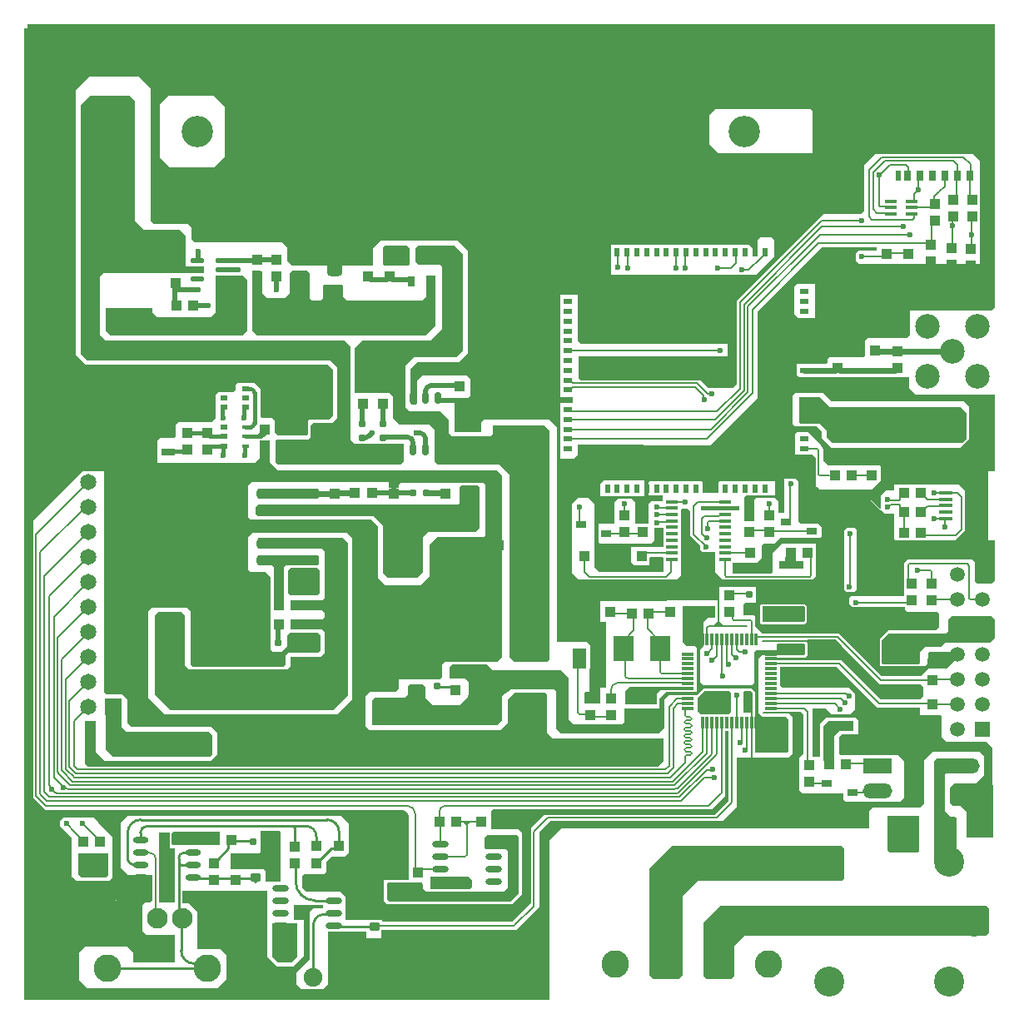
<source format=gtl>
G04*
G04 #@! TF.GenerationSoftware,Altium Limited,Altium Designer,21.0.8 (223)*
G04*
G04 Layer_Physical_Order=1*
G04 Layer_Color=255*
%FSTAX24Y24*%
%MOIN*%
G70*
G04*
G04 #@! TF.SameCoordinates,6FDD5C99-857A-4E56-A0FC-F6C85F5CD364*
G04*
G04*
G04 #@! TF.FilePolarity,Positive*
G04*
G01*
G75*
%ADD11C,0.0100*%
%ADD12C,0.0118*%
%ADD14C,0.0079*%
%ADD29R,0.0531X0.0157*%
%ADD30R,0.0600X0.0600*%
%ADD31R,0.0394X0.0433*%
G04:AMPARAMS|DCode=32|XSize=60mil|YSize=128.7mil|CornerRadius=15mil|HoleSize=0mil|Usage=FLASHONLY|Rotation=0.000|XOffset=0mil|YOffset=0mil|HoleType=Round|Shape=RoundedRectangle|*
%AMROUNDEDRECTD32*
21,1,0.0600,0.0987,0,0,0.0*
21,1,0.0300,0.1287,0,0,0.0*
1,1,0.0300,0.0150,-0.0494*
1,1,0.0300,-0.0150,-0.0494*
1,1,0.0300,-0.0150,0.0494*
1,1,0.0300,0.0150,0.0494*
%
%ADD32ROUNDEDRECTD32*%
%ADD33R,0.0433X0.0394*%
%ADD34R,0.0354X0.1181*%
G04:AMPARAMS|DCode=35|XSize=63mil|YSize=98.4mil|CornerRadius=15.7mil|HoleSize=0mil|Usage=FLASHONLY|Rotation=0.000|XOffset=0mil|YOffset=0mil|HoleType=Round|Shape=RoundedRectangle|*
%AMROUNDEDRECTD35*
21,1,0.0630,0.0669,0,0,0.0*
21,1,0.0315,0.0984,0,0,0.0*
1,1,0.0315,0.0157,-0.0335*
1,1,0.0315,-0.0157,-0.0335*
1,1,0.0315,-0.0157,0.0335*
1,1,0.0315,0.0157,0.0335*
%
%ADD35ROUNDEDRECTD35*%
%ADD36R,0.0748X0.1280*%
G04:AMPARAMS|DCode=37|XSize=31.5mil|YSize=74.8mil|CornerRadius=7.9mil|HoleSize=0mil|Usage=FLASHONLY|Rotation=90.000|XOffset=0mil|YOffset=0mil|HoleType=Round|Shape=RoundedRectangle|*
%AMROUNDEDRECTD37*
21,1,0.0315,0.0591,0,0,90.0*
21,1,0.0157,0.0748,0,0,90.0*
1,1,0.0157,0.0295,0.0079*
1,1,0.0157,0.0295,-0.0079*
1,1,0.0157,-0.0295,-0.0079*
1,1,0.0157,-0.0295,0.0079*
%
%ADD37ROUNDEDRECTD37*%
%ADD38R,0.0276X0.0449*%
%ADD39R,0.0315X0.0827*%
%ADD40R,0.0236X0.0449*%
%ADD41R,0.0453X0.0157*%
%ADD42R,0.0118X0.0472*%
%ADD43R,0.0472X0.0118*%
%ADD44R,0.0472X0.0157*%
%ADD45R,0.0236X0.0354*%
%ADD46R,0.0354X0.0236*%
%ADD47O,0.1181X0.0591*%
%ADD48R,0.1181X0.0591*%
%ADD49O,0.0610X0.0236*%
%ADD50R,0.0433X0.0276*%
G04:AMPARAMS|DCode=51|XSize=86.6mil|YSize=59.1mil|CornerRadius=7.4mil|HoleSize=0mil|Usage=FLASHONLY|Rotation=180.000|XOffset=0mil|YOffset=0mil|HoleType=Round|Shape=RoundedRectangle|*
%AMROUNDEDRECTD51*
21,1,0.0866,0.0443,0,0,180.0*
21,1,0.0719,0.0591,0,0,180.0*
1,1,0.0148,-0.0359,0.0221*
1,1,0.0148,0.0359,0.0221*
1,1,0.0148,0.0359,-0.0221*
1,1,0.0148,-0.0359,-0.0221*
%
%ADD51ROUNDEDRECTD51*%
%ADD52R,0.0551X0.0276*%
G04:AMPARAMS|DCode=53|XSize=39.4mil|YSize=35.4mil|CornerRadius=4.4mil|HoleSize=0mil|Usage=FLASHONLY|Rotation=0.000|XOffset=0mil|YOffset=0mil|HoleType=Round|Shape=RoundedRectangle|*
%AMROUNDEDRECTD53*
21,1,0.0394,0.0266,0,0,0.0*
21,1,0.0305,0.0354,0,0,0.0*
1,1,0.0089,0.0153,-0.0133*
1,1,0.0089,-0.0153,-0.0133*
1,1,0.0089,-0.0153,0.0133*
1,1,0.0089,0.0153,0.0133*
%
%ADD53ROUNDEDRECTD53*%
%ADD54O,0.0669X0.0236*%
G04:AMPARAMS|DCode=55|XSize=23.6mil|YSize=27.6mil|CornerRadius=3mil|HoleSize=0mil|Usage=FLASHONLY|Rotation=180.000|XOffset=0mil|YOffset=0mil|HoleType=Round|Shape=RoundedRectangle|*
%AMROUNDEDRECTD55*
21,1,0.0236,0.0217,0,0,180.0*
21,1,0.0177,0.0276,0,0,180.0*
1,1,0.0059,-0.0089,0.0108*
1,1,0.0059,0.0089,0.0108*
1,1,0.0059,0.0089,-0.0108*
1,1,0.0059,-0.0089,-0.0108*
%
%ADD55ROUNDEDRECTD55*%
%ADD56R,0.1102X0.0374*%
%ADD57R,0.0551X0.0787*%
G04:AMPARAMS|DCode=58|XSize=27.6mil|YSize=27.6mil|CornerRadius=6.9mil|HoleSize=0mil|Usage=FLASHONLY|Rotation=270.000|XOffset=0mil|YOffset=0mil|HoleType=Round|Shape=RoundedRectangle|*
%AMROUNDEDRECTD58*
21,1,0.0276,0.0138,0,0,270.0*
21,1,0.0138,0.0276,0,0,270.0*
1,1,0.0138,-0.0069,-0.0069*
1,1,0.0138,-0.0069,0.0069*
1,1,0.0138,0.0069,0.0069*
1,1,0.0138,0.0069,-0.0069*
%
%ADD58ROUNDEDRECTD58*%
%ADD59R,0.0787X0.1024*%
G04:AMPARAMS|DCode=60|XSize=27.6mil|YSize=27.6mil|CornerRadius=6.9mil|HoleSize=0mil|Usage=FLASHONLY|Rotation=180.000|XOffset=0mil|YOffset=0mil|HoleType=Round|Shape=RoundedRectangle|*
%AMROUNDEDRECTD60*
21,1,0.0276,0.0138,0,0,180.0*
21,1,0.0138,0.0276,0,0,180.0*
1,1,0.0138,-0.0069,0.0069*
1,1,0.0138,0.0069,0.0069*
1,1,0.0138,0.0069,-0.0069*
1,1,0.0138,-0.0069,-0.0069*
%
%ADD60ROUNDEDRECTD60*%
%ADD61R,0.0551X0.1457*%
%ADD62R,0.1181X0.0354*%
G04:AMPARAMS|DCode=63|XSize=23.6mil|YSize=47.2mil|CornerRadius=5.9mil|HoleSize=0mil|Usage=FLASHONLY|Rotation=180.000|XOffset=0mil|YOffset=0mil|HoleType=Round|Shape=RoundedRectangle|*
%AMROUNDEDRECTD63*
21,1,0.0236,0.0354,0,0,180.0*
21,1,0.0118,0.0472,0,0,180.0*
1,1,0.0118,-0.0059,0.0177*
1,1,0.0118,0.0059,0.0177*
1,1,0.0118,0.0059,-0.0177*
1,1,0.0118,-0.0059,-0.0177*
%
%ADD63ROUNDEDRECTD63*%
%ADD64R,0.3032X0.3937*%
G04:AMPARAMS|DCode=65|XSize=250mil|YSize=40.2mil|CornerRadius=10mil|HoleSize=0mil|Usage=FLASHONLY|Rotation=0.000|XOffset=0mil|YOffset=0mil|HoleType=Round|Shape=RoundedRectangle|*
%AMROUNDEDRECTD65*
21,1,0.2500,0.0201,0,0,0.0*
21,1,0.2299,0.0402,0,0,0.0*
1,1,0.0201,0.1150,-0.0100*
1,1,0.0201,-0.1150,-0.0100*
1,1,0.0201,-0.1150,0.0100*
1,1,0.0201,0.1150,0.0100*
%
%ADD65ROUNDEDRECTD65*%
G04:AMPARAMS|DCode=66|XSize=19.7mil|YSize=55.1mil|CornerRadius=4.9mil|HoleSize=0mil|Usage=FLASHONLY|Rotation=90.000|XOffset=0mil|YOffset=0mil|HoleType=Round|Shape=RoundedRectangle|*
%AMROUNDEDRECTD66*
21,1,0.0197,0.0453,0,0,90.0*
21,1,0.0098,0.0551,0,0,90.0*
1,1,0.0098,0.0226,0.0049*
1,1,0.0098,0.0226,-0.0049*
1,1,0.0098,-0.0226,-0.0049*
1,1,0.0098,-0.0226,0.0049*
%
%ADD66ROUNDEDRECTD66*%
%ADD67R,0.1811X0.0787*%
%ADD68R,0.0315X0.0157*%
%ADD69R,0.0315X0.0197*%
%ADD70R,0.0315X0.0236*%
%ADD71R,0.0984X0.0669*%
G04:AMPARAMS|DCode=72|XSize=60mil|YSize=128.7mil|CornerRadius=15mil|HoleSize=0mil|Usage=FLASHONLY|Rotation=90.000|XOffset=0mil|YOffset=0mil|HoleType=Round|Shape=RoundedRectangle|*
%AMROUNDEDRECTD72*
21,1,0.0600,0.0987,0,0,90.0*
21,1,0.0300,0.1287,0,0,90.0*
1,1,0.0300,0.0494,0.0150*
1,1,0.0300,0.0494,-0.0150*
1,1,0.0300,-0.0494,-0.0150*
1,1,0.0300,-0.0494,0.0150*
%
%ADD72ROUNDEDRECTD72*%
%ADD73R,0.0276X0.0433*%
%ADD134C,0.0079*%
%ADD135C,0.0197*%
%ADD136C,0.0157*%
%ADD137C,0.0217*%
%ADD138C,0.0394*%
%ADD139C,0.0236*%
%ADD140C,0.1100*%
%ADD141C,0.1102*%
%ADD142C,0.0827*%
%ADD143C,0.1969*%
%ADD144C,0.1260*%
%ADD145O,0.0815X0.1630*%
%ADD146C,0.1200*%
%ADD147C,0.0591*%
%ADD148R,0.0591X0.0591*%
%ADD149C,0.0984*%
%ADD150R,0.0650X0.0650*%
%ADD151C,0.0650*%
%ADD152C,0.0750*%
%ADD153C,0.0118*%
%ADD154C,0.0236*%
%ADD155C,0.0276*%
G36*
X025606Y0403D02*
X0257Y040206D01*
X0257Y039558D01*
X025642Y0395D01*
X02515Y0395D01*
X024713Y0395D01*
X02465Y039563D01*
X02465Y040241D01*
X024709Y0403D01*
X025606Y0403D01*
D02*
G37*
G36*
X0217Y0392D02*
Y0382D01*
X0218Y0381D01*
X02215D01*
X02225Y0382D01*
Y0387D01*
X0223Y03875D01*
X023D01*
X02305Y0387D01*
Y03825D01*
X0232Y0381D01*
X0262D01*
X026386Y038286D01*
Y0391D01*
X02675Y0391D01*
X02675Y037353D01*
D01*
Y0371D01*
X02635Y0367D01*
X0196Y0367D01*
X0194Y0369D01*
X0194Y03745D01*
Y0393D01*
X01975D01*
X0198Y03925D01*
X0198Y0384D01*
X02Y0382D01*
X0207Y0382D01*
X0209Y0384D01*
Y0392D01*
X021Y0393D01*
X0216D01*
X0217Y0392D01*
D02*
G37*
G36*
X01905Y0391D02*
X0192Y03895D01*
X0192Y0382D01*
X0192D01*
X0192Y0369D01*
X019Y0367D01*
X01375Y0367D01*
X01355Y0369D01*
X01355Y0378D01*
X0154D01*
Y03765D01*
X0156Y03745D01*
X01775Y03745D01*
X017928Y037628D01*
X017928Y0381D01*
X017927D01*
Y0391D01*
X01905Y0391D01*
D02*
G37*
G36*
X0275Y0403D02*
X02785Y03995D01*
X02785Y0361D01*
X0276Y03585D01*
X0259Y03585D01*
X025554Y035504D01*
X025554Y034715D01*
X02555Y03471D01*
X02555Y03382D01*
X025709Y033661D01*
X026929Y033661D01*
X027283Y033307D01*
X027283Y032791D01*
X027397Y032677D01*
X028959D01*
X02905Y032767D01*
X02905Y03311D01*
X03109Y03311D01*
X0313Y0329D01*
X0313Y030677D01*
X0313D01*
X0313Y0266D01*
D01*
X0313D01*
Y023741D01*
X031209Y02365D01*
X029885Y02365D01*
X029701Y023834D01*
X029701Y026441D01*
X0297Y026442D01*
Y0271D01*
X0297Y030677D01*
X0297D01*
Y031127D01*
X0293Y031527D01*
X026823D01*
X0267Y03165D01*
X0267Y03223D01*
X0267D01*
X0267Y032326D01*
Y032327D01*
D01*
X0267Y032946D01*
X026496Y03315D01*
X0253Y03315D01*
X02505Y0334D01*
Y034242D01*
X024892Y0344D01*
X024526Y0344D01*
X0235Y0344D01*
X0235Y0362D01*
X0238Y0365D01*
X02655Y0365D01*
X027Y03695D01*
X027Y03945D01*
X026922Y039528D01*
X026072D01*
X02595Y03965D01*
Y0402D01*
X02605Y0403D01*
X0275Y0403D01*
D02*
G37*
G36*
X031339Y049173D02*
X049134D01*
Y039055D01*
Y037835D01*
X049016Y037717D01*
X045748D01*
Y036732D01*
X04563Y036614D01*
X044055D01*
X043937Y036496D01*
Y036476D01*
Y035906D01*
X043858Y035827D01*
X04252D01*
X042441Y035748D01*
Y03563D01*
X042402Y035591D01*
X04122D01*
Y035118D01*
X041299Y035039D01*
X045709Y035039D01*
Y034606D01*
X045984Y034331D01*
X049134D01*
Y032441D01*
Y03126D01*
X048858Y03126D01*
X048858Y028504D01*
X049134Y028504D01*
X049134Y02689D01*
X049016Y026772D01*
X048425D01*
X048346Y02685D01*
Y027638D01*
X048228Y027756D01*
X045669D01*
X045512Y027598D01*
Y02626D01*
X045039D01*
X043386Y02626D01*
X043307Y026181D01*
Y025941D01*
X043421Y025827D01*
X045551D01*
X045551Y025708D01*
X045629Y02563D01*
X046848D01*
X04689Y025588D01*
Y025472D01*
X04689Y025039D01*
X046891D01*
X046773Y024921D01*
X044887Y024921D01*
X044528Y024562D01*
X044528Y023524D01*
X044587Y023465D01*
X046332D01*
X046457Y02359D01*
X046457Y023819D01*
Y024016D01*
X046496Y024055D01*
X047638D01*
Y023839D01*
X047598Y023799D01*
Y02374D01*
X047218Y02336D01*
X046483Y02336D01*
X046194Y023071D01*
X044606Y023071D01*
X042913Y024764D01*
X041417Y024764D01*
X039921D01*
X039823Y024764D01*
X039528Y025059D01*
X039528Y025472D01*
X039488Y025512D01*
X039094D01*
X039055Y025551D01*
Y025945D01*
X039134Y026024D01*
X039606D01*
X039606Y026654D01*
X03811D01*
Y026103D01*
X033898Y026063D01*
X033346D01*
Y025236D01*
X033583D01*
Y022598D01*
X033346D01*
Y021969D01*
X033346Y021969D01*
X032717D01*
Y022402D01*
X032756Y022441D01*
X032914D01*
X032934Y02431D01*
X032795Y024449D01*
X032008D01*
X032008Y024449D01*
X031614D01*
Y031732D01*
Y033031D01*
X031296Y03335D01*
X031D01*
X028704Y03335D01*
X028583Y033228D01*
X028583Y032835D01*
X027497Y032835D01*
X027497Y034D01*
X02695Y034D01*
Y0342D01*
X02805Y0342D01*
X02815Y0343D01*
Y03495D01*
X028Y0351D01*
X0262D01*
X026Y0349D01*
Y034D01*
X02595Y03395D01*
X02579D01*
X025729Y034011D01*
X025729Y035379D01*
X026Y03565D01*
X0277D01*
X02805Y036D01*
X02805Y0401D01*
X02765Y0405D01*
X02455Y0405D01*
X02425Y0402D01*
X02425Y0395D01*
X021Y0395D01*
X0209Y0396D01*
X0208Y0397D01*
Y04025D01*
X0206Y04045D01*
X017615D01*
X017595Y04043D01*
X017575Y04045D01*
X0171D01*
X016968Y040581D01*
Y041056D01*
X016844Y041181D01*
X015472Y041181D01*
X015354Y041299D01*
X015354Y043465D01*
Y046142D01*
Y046614D01*
X014882Y047087D01*
X012887Y047087D01*
X01235Y04655D01*
Y03595D01*
X01275Y03555D01*
X02245Y03555D01*
X02265Y03535D01*
X02265Y0335D01*
X0225Y03335D01*
X0217D01*
X02165Y0333D01*
Y03278D01*
X02157Y0327D01*
X02045D01*
X02045Y03445D01*
Y0327D01*
X02035Y0328D01*
X0203Y03285D01*
Y0333D01*
X0202Y0334D01*
X0198D01*
X01975Y03345D01*
X01975Y03455D01*
X0195Y0348D01*
X018816D01*
X01875Y034734D01*
X01875Y03455D01*
X01865Y03445D01*
X01805Y03445D01*
X01795Y03435D01*
Y0334D01*
X0178Y03325D01*
X01645Y03325D01*
X01635Y03315D01*
Y03265D01*
X01581D01*
X015675Y032575D01*
X0156Y0325D01*
Y03165D01*
X01565Y0316D01*
X0195Y0316D01*
X0197Y0318D01*
Y0325D01*
X0201D01*
Y03165D01*
X020432Y031318D01*
X024968D01*
X024972Y031322D01*
X029178D01*
X0294Y0311D01*
Y02835D01*
X0294Y026309D01*
Y023849D01*
X029201Y02365D01*
X02775Y02365D01*
X027121D01*
X027118Y023647D01*
X027Y023529D01*
X027Y02305D01*
X0269Y02295D01*
X02527Y02295D01*
X02527Y022565D01*
X025154Y02245D01*
X02495Y02245D01*
X02395D01*
Y021061D01*
X024111Y0209D01*
X02935Y0209D01*
X02965Y0212D01*
X02965Y02215D01*
X029902Y022402D01*
X031148D01*
X0312Y02235D01*
X0312Y020808D01*
X031417Y020591D01*
X035866D01*
Y019685D01*
X03563Y019449D01*
X012835D01*
X012717Y019567D01*
Y02126D01*
X01315D01*
Y020039D01*
X013504Y019685D01*
X017758D01*
X017764Y019691D01*
X018Y019927D01*
X018Y0208D01*
X01775Y02105D01*
X01565D01*
X01565Y02105D01*
X01455Y02105D01*
X0144Y0212D01*
Y02215D01*
X0142Y02235D01*
X01355D01*
X013465Y022435D01*
Y023065D01*
Y025827D01*
X013465Y031299D01*
X012638D01*
X010866Y029528D01*
X01063Y029291D01*
Y018189D01*
X011102Y017717D01*
X024685D01*
X025354Y017717D01*
X025385Y017717D01*
X025446Y017704D01*
X025504Y017681D01*
X025555Y017646D01*
X025599Y017602D01*
X025633Y017551D01*
X025657Y017493D01*
X025669Y017433D01*
X025669Y017402D01*
X025669Y017402D01*
X025669Y015591D01*
X025669Y014921D01*
X024685Y014921D01*
X024685Y014449D01*
X024685D01*
Y014048D01*
X024796Y013937D01*
X025489D01*
X025669D01*
D01*
X029803Y013937D01*
X030197Y014331D01*
Y016811D01*
X030079Y016929D01*
X028976D01*
X028976Y01752D01*
Y017677D01*
X028976Y017677D01*
X029055Y017756D01*
X030945Y017756D01*
D01*
X037835D01*
X038346Y018268D01*
Y019606D01*
Y020866D01*
X038467D01*
Y018073D01*
X037913Y01752D01*
X031063D01*
X030562Y017018D01*
X030562Y013987D01*
X029803Y013228D01*
X024606Y013228D01*
Y013307D01*
X02315D01*
Y014252D01*
X022953Y014449D01*
X022362D01*
X022362Y014449D01*
X021575D01*
X021417Y014606D01*
Y015079D01*
X021496Y015157D01*
X022283D01*
X022362Y015236D01*
X022362Y01563D01*
X022559Y015827D01*
X02311Y015827D01*
X023268Y015984D01*
Y017165D01*
X022953Y01748D01*
X014409D01*
X014134Y017205D01*
Y015394D01*
X014418Y015109D01*
X014843D01*
Y015118D01*
X015394D01*
Y014094D01*
X015315Y014016D01*
X015118Y014016D01*
X015Y013898D01*
Y012874D01*
X015157Y012717D01*
X016299D01*
X016299Y011614D01*
X014646Y011614D01*
Y012008D01*
X014409Y012244D01*
X012717D01*
D01*
X01248Y012008D01*
Y010906D01*
X012795Y010591D01*
D01*
X018031Y010591D01*
X018386Y010945D01*
Y01189D01*
X01815Y012126D01*
X017205Y012126D01*
X017205Y013071D01*
Y013622D01*
X016857Y01397D01*
X016611D01*
X016615Y014488D01*
X018622D01*
X018622Y010118D01*
X012402Y010118D01*
Y010118D01*
X010276D01*
Y032441D01*
X010276Y032442D01*
X010276Y034776D01*
X01105Y03555D01*
X010276Y034776D01*
Y049D01*
X010394D01*
Y049173D01*
X031339Y049173D01*
X031339Y049173D01*
D02*
G37*
G36*
X019847Y032638D02*
X019335D01*
X019384Y032644D01*
X019479Y032669D01*
X019568Y03271D01*
X019649Y032766D01*
X019718Y032836D01*
X019775Y032917D01*
X019816Y033006D01*
X01984Y033101D01*
X019847Y03315D01*
X019847Y03315D01*
Y032638D01*
D02*
G37*
G36*
X0147Y0461D02*
X0147Y0413D01*
X01505Y04095D01*
X0165Y04095D01*
X01675Y0407D01*
Y04D01*
X01675D01*
Y039488D01*
X01748D01*
Y039213D01*
X017468Y0392D01*
X01675D01*
X01345Y0392D01*
X0133Y03905D01*
X0133Y03675D01*
X01355Y0365D01*
X0231Y0365D01*
X02335Y03625D01*
X02335Y03255D01*
X023516Y032384D01*
X025486Y032384D01*
X025487Y031688D01*
X02535Y03155D01*
X02045Y03155D01*
X02035Y03165D01*
Y0325D01*
X0204Y03255D01*
X02165D01*
X02175Y03265D01*
Y0331D01*
X02185Y0332D01*
X0226Y0332D01*
X0226Y03245D01*
Y0332D01*
X0228Y0334D01*
X0228Y03545D01*
X02255Y0357D01*
X0133Y0357D01*
Y0357D01*
X0128Y0357D01*
X01255Y03595D01*
X01255Y03965D01*
Y04595D01*
X0129Y0463D01*
X0145D01*
X0147Y0461D01*
D02*
G37*
G36*
X038289Y025078D02*
X037856D01*
X038053Y025275D01*
X038093D01*
X038289Y025078D01*
D02*
G37*
G36*
X049134Y025354D02*
Y024606D01*
X048937Y024409D01*
X047126D01*
X046968Y024252D01*
X046339D01*
X046142Y024055D01*
Y024213D01*
Y024764D01*
X047165D01*
X047283Y024882D01*
Y025354D01*
X047402Y025472D01*
X049016D01*
X049134Y025354D01*
D02*
G37*
G36*
X037953Y025394D02*
X037638Y025394D01*
X03748Y025236D01*
X03748Y024803D01*
Y024291D01*
X03748D01*
X037323Y024134D01*
Y022838D01*
X037444Y022717D01*
X039409D01*
X039488Y022795D01*
X039488Y024016D01*
X039587Y024114D01*
X040394D01*
Y024331D01*
X040433Y02437D01*
X041496D01*
X041535Y024331D01*
X041535Y023976D01*
X041457Y023898D01*
X040394D01*
Y023981D01*
X039951D01*
Y023898D01*
X039803D01*
X039685Y02378D01*
X039685Y022559D01*
Y021614D01*
X039843Y021457D01*
X040748D01*
X040866Y021339D01*
X040866Y020302D01*
X040866Y020076D01*
X04079Y02D01*
X040723D01*
D01*
X039528Y02D01*
Y020433D01*
Y021457D01*
X039596Y021526D01*
Y022559D01*
X039587D01*
Y022382D01*
X039409Y022559D01*
X03748D01*
X037244Y022323D01*
X036102D01*
X035906Y022126D01*
Y021024D01*
X035669Y020787D01*
X031772Y020787D01*
X031575Y020984D01*
Y02248D01*
X031505Y02255D01*
X029765D01*
X0294Y022276D01*
X0294Y0213D01*
X0292Y0211D01*
X02425D01*
X0242Y02115D01*
Y0221D01*
X0243Y0222D01*
X0255D01*
X025624Y022324D01*
X025624Y022674D01*
X0257Y02275D01*
X02625Y02275D01*
X02635Y02265D01*
Y0222D01*
X02665Y0219D01*
X027716Y0219D01*
X02805Y022234D01*
Y0223D01*
X0287D01*
X0287Y023313D01*
X028734D01*
X028795Y023374D01*
Y023547D01*
X02903Y023313D01*
X02972Y023313D01*
X029728Y023322D01*
X029734Y023316D01*
X031763D01*
X032087Y022992D01*
X032087Y021339D01*
X032283Y021142D01*
X035669Y021142D01*
X035709Y021181D01*
Y021181D01*
X035669Y021142D01*
X034213Y021142D01*
X034291Y02122D01*
Y021772D01*
X035709Y021772D01*
X035709Y022165D01*
X035984Y022441D01*
X037244D01*
X037244Y022717D01*
X037212D01*
X037205Y022715D01*
Y024213D01*
X037126Y024291D01*
X036811D01*
X036654Y024449D01*
Y025866D01*
X037953D01*
Y025394D01*
D02*
G37*
G36*
X042992Y024291D02*
X044528Y022756D01*
X046142Y022756D01*
X04626Y022638D01*
Y022244D01*
X046142Y022126D01*
X044567Y022126D01*
X042992Y023701D01*
X040512Y023701D01*
X039921D01*
Y023819D01*
X041549Y023819D01*
X041626Y023896D01*
X041626Y024409D01*
X041556Y024479D01*
X041626D01*
Y024528D01*
X042756Y024528D01*
X042992Y024291D01*
D02*
G37*
G36*
X046142Y023622D02*
X046063Y023543D01*
X044685D01*
X044606Y023622D01*
X044606Y024488D01*
X044882Y024764D01*
X046142Y024764D01*
X046142Y023622D01*
D02*
G37*
G36*
X028145Y022756D02*
X027929Y02297D01*
X027305D01*
X0273Y0234D01*
X027302Y023453D01*
X027397Y023546D01*
X028145Y023546D01*
Y022756D01*
D02*
G37*
G36*
X037087Y02252D02*
X035748Y02252D01*
X035591Y022362D01*
X035591Y021929D01*
X034488Y021929D01*
X034331D01*
Y02248D01*
X034488Y022638D01*
X037087D01*
Y02252D01*
D02*
G37*
G36*
X03943Y022421D02*
Y021674D01*
X03937Y021614D01*
X039055D01*
Y022441D01*
X039094Y02248D01*
X03937D01*
X03943Y022421D01*
D02*
G37*
G36*
X044409Y021811D02*
X046142D01*
Y021496D01*
X046968D01*
X047008Y021457D01*
Y02063D01*
X047205Y020433D01*
X04881D01*
X049048Y020195D01*
Y018707D01*
X048976Y01878D01*
X048976D01*
X049055Y018701D01*
X049055Y017992D01*
X049055Y016614D01*
X047992Y016614D01*
Y017657D01*
X047775Y017874D01*
X04748D01*
X047346Y018008D01*
X047346Y018606D01*
X04752Y01878D01*
X048386Y01878D01*
X048701Y019094D01*
Y019882D01*
X048543Y020039D01*
X047008D01*
X046654Y020039D01*
X046299Y019685D01*
X046299Y01937D01*
Y01811D01*
Y017953D01*
X046142Y017795D01*
X044252Y017795D01*
X044094Y017638D01*
X044094Y016968D01*
X038268Y016968D01*
Y017283D01*
X038819Y017835D01*
X038819Y019803D01*
X038976D01*
X038976Y019803D01*
X040885D01*
X041024Y019942D01*
Y019961D01*
X041024Y021457D01*
X040866Y021614D01*
X041024Y021617D01*
Y021644D01*
X041348D01*
X041457Y021535D01*
X041457Y019961D01*
X041024D01*
X041457Y019961D01*
X041299Y019803D01*
X041299D01*
X041299Y018504D01*
X041417Y018386D01*
X043071D01*
X043071Y018142D01*
X043182Y018032D01*
X045334D01*
X045512Y018209D01*
Y019331D01*
Y019685D01*
X045276Y019921D01*
X042953D01*
X042913Y019961D01*
Y02063D01*
X043032Y020748D01*
X043622D01*
X043661Y020787D01*
Y021299D01*
X043543Y021417D01*
X042362D01*
X042126Y021181D01*
Y019843D01*
X04185D01*
Y02126D01*
Y021772D01*
X042362D01*
X042598Y021535D01*
X043346D01*
X043543Y021732D01*
Y022126D01*
Y022362D01*
X043307Y022598D01*
X04063D01*
X040551Y022677D01*
Y022756D01*
Y023425D01*
X042795D01*
X044409Y021811D01*
D02*
G37*
G36*
X038583Y022402D02*
Y022205D01*
X038583Y022205D01*
X038583Y021654D01*
X038465Y021535D01*
X037362D01*
X037244Y021654D01*
X037244Y022205D01*
X03752Y02248D01*
X038504D01*
X038583Y022402D01*
D02*
G37*
G36*
X014174Y021026D02*
X01435Y02085D01*
X01765D01*
X0178Y0207D01*
Y01995D01*
X0177Y01985D01*
X0138Y01985D01*
X013524Y020126D01*
Y021521D01*
Y021549D01*
X014174D01*
Y021026D01*
D02*
G37*
G36*
X043465Y020866D02*
X042913D01*
X042717Y020669D01*
X042717Y019685D01*
X042283D01*
X042283Y021063D01*
X04248Y02126D01*
X043465D01*
Y020866D01*
D02*
G37*
G36*
X028001Y017094D02*
X027985D01*
X027846Y017252D01*
X028159D01*
X028001Y017094D01*
D02*
G37*
G36*
X021102Y016929D02*
X020945Y017087D01*
X02126Y017087D01*
X021102Y016929D01*
D02*
G37*
G36*
X01811Y016299D02*
X016239D01*
X016181Y016357D01*
X016181Y016772D01*
X01626Y01685D01*
X01811D01*
X01811Y016299D01*
D02*
G37*
G36*
X046102Y016083D02*
X046024Y016004D01*
X044921D01*
X044843Y016083D01*
Y017461D01*
X046102D01*
Y016083D01*
D02*
G37*
G36*
X048307Y019187D02*
X047179Y019187D01*
X047126Y019134D01*
X047126Y017677D01*
X047382Y017421D01*
X047598D01*
Y017205D01*
Y017205D01*
Y015413D01*
X047559Y015374D01*
X047047D01*
Y015591D01*
X046693D01*
X046693Y019646D01*
X046811Y019764D01*
X048307D01*
X048307Y019187D01*
D02*
G37*
G36*
X016614Y015512D02*
X016457Y015354D01*
X016457Y015669D01*
X016614Y015512D01*
D02*
G37*
G36*
X042992Y01626D02*
X04311Y016142D01*
X04311Y014961D01*
X043022Y014873D01*
X037251Y014873D01*
X036621Y014243D01*
X036621Y011109D01*
X036457Y010945D01*
X035472Y010945D01*
X035315Y011102D01*
Y015378D01*
X036197Y01626D01*
X042992Y01626D01*
D02*
G37*
G36*
X020551Y01685D02*
Y016575D01*
D01*
Y015394D01*
Y014843D01*
X020433D01*
X020433Y014843D01*
X020039Y014843D01*
X019921D01*
Y014961D01*
Y015276D01*
X019844Y015353D01*
X018543Y015354D01*
Y015827D01*
Y015984D01*
X019685D01*
X019724Y016024D01*
Y01689D01*
X020512D01*
X020551Y01685D01*
D02*
G37*
G36*
X028189Y014921D02*
X028189Y014606D01*
X02811Y014528D01*
X026575Y014528D01*
X026535Y014567D01*
Y015039D01*
X028071D01*
X028189Y014921D01*
D02*
G37*
G36*
X03Y016693D02*
X030079Y016614D01*
X030079Y01437D01*
X029764Y014055D01*
X024882Y014055D01*
X024803Y014134D01*
X024803Y014764D01*
X024863Y014824D01*
X026003Y014824D01*
X02622D01*
X02622Y014567D01*
X02636Y014427D01*
X029466D01*
X029624Y014585D01*
X029624Y016085D01*
X029567Y016142D01*
X02878D01*
X028701Y01622D01*
X028701Y016575D01*
X028819Y016693D01*
X03Y016693D01*
D02*
G37*
G36*
X016102Y01622D02*
X016142Y016181D01*
X016299D01*
Y014016D01*
X015709D01*
X015669Y014055D01*
Y015945D01*
Y016811D01*
X016102D01*
Y01622D01*
D02*
G37*
G36*
X038268Y017274D02*
X038268Y016969D01*
X031772Y016968D01*
X031299Y016496D01*
Y012913D01*
X029961D01*
X030906Y013858D01*
X030906Y015906D01*
Y016535D01*
Y01685D01*
X031329Y017274D01*
X038268Y017274D01*
D02*
G37*
G36*
X048789Y013888D02*
X048898Y01378D01*
X048898Y012795D01*
X048762Y012659D01*
X039116Y012659D01*
X038707Y012251D01*
X038707Y01107D01*
X038589Y010952D01*
X037592Y010952D01*
X037466Y011077D01*
Y013198D01*
X038156Y013888D01*
X048789Y013888D01*
D02*
G37*
G36*
X022244Y01378D02*
X02185D01*
X021693Y013622D01*
Y01189D01*
X021457Y01189D01*
X021457Y013307D01*
X021063D01*
X021063Y013898D01*
X022244D01*
Y01378D01*
D02*
G37*
G36*
X02122Y01185D02*
X020984Y011614D01*
X020433D01*
X020197Y01185D01*
Y013189D01*
X02122D01*
Y01185D01*
D02*
G37*
G36*
X02Y014488D02*
Y012638D01*
X02D01*
Y01185D01*
X020394Y011457D01*
X020906D01*
X021024Y011457D01*
X021457Y01189D01*
X021693Y01189D01*
Y01185D01*
Y011732D01*
X021181Y01122D01*
Y010728D01*
X021358Y010551D01*
X022244D01*
X022441Y010748D01*
Y010787D01*
Y010827D01*
Y012441D01*
Y012559D01*
X022441Y012835D01*
X023976Y012835D01*
X023976Y012559D01*
X024562D01*
X024573Y012913D01*
X031299Y012913D01*
X031299Y010118D01*
X02448Y010118D01*
X02D01*
Y010118D01*
X018622D01*
X018622Y014488D01*
X02Y014488D01*
D02*
G37*
%LPC*%
G36*
X041772Y045787D02*
X037953D01*
X037717Y045551D01*
Y04437D01*
X038071Y044016D01*
X04185D01*
Y045709D01*
X041772Y045787D01*
D02*
G37*
G36*
X017874Y046299D02*
X016024D01*
X015709Y045984D01*
Y043819D01*
X015709Y043819D01*
X016102Y043425D01*
X017874Y043425D01*
X0183Y043851D01*
Y045873D01*
X017874Y046299D01*
D02*
G37*
G36*
X043189Y043189D02*
X043189Y043189D01*
X043898D01*
X043189Y043189D01*
D02*
G37*
G36*
X03075Y0418D02*
X027248Y0418D01*
X03075D01*
X03075Y0418D01*
D02*
G37*
G36*
X02155Y0418D02*
X02155D01*
X0209Y04115D01*
X02155Y0418D01*
D02*
G37*
G36*
X044331Y043976D02*
X043898Y043543D01*
X043898Y043189D01*
Y041693D01*
X04378Y041575D01*
X042283D01*
X041575Y040866D01*
X038819Y03811D01*
X038819Y036417D01*
X038819Y036417D01*
Y034764D01*
X038661Y034606D01*
X037677D01*
X037362Y034921D01*
X032559D01*
X03248Y035D01*
Y035866D01*
X038425D01*
Y036378D01*
X032559Y036378D01*
X032441Y036496D01*
X032441Y038346D01*
X03135D01*
Y038346D01*
X031732Y038346D01*
X031732Y034252D01*
X032244D01*
Y034016D01*
X031732D01*
Y033533D01*
X031732Y033533D01*
Y031772D01*
X032283D01*
X032441Y031929D01*
Y032344D01*
X037737Y032304D01*
X038425Y032992D01*
X038465Y033031D01*
X039646Y034213D01*
Y037283D01*
Y037677D01*
X041496Y039528D01*
X042205Y040236D01*
X043583Y040236D01*
X044409Y040236D01*
X044409Y040118D01*
X043681Y040118D01*
X043583Y04002D01*
X043583Y039803D01*
Y03969D01*
X043712Y039561D01*
X048498D01*
X048543Y039606D01*
Y043701D01*
X048268Y043976D01*
X048189D01*
X044331Y043976D01*
D02*
G37*
G36*
X039961Y040866D02*
X039646Y040551D01*
Y039921D01*
X039449Y040039D01*
Y040197D01*
X039291Y040354D01*
X03378D01*
Y039173D01*
X033819Y039134D01*
X039567D01*
X040315Y039882D01*
Y040512D01*
X040197Y04063D01*
X039724D01*
X039961Y040866D01*
D02*
G37*
G36*
X041929Y039449D02*
X041929Y039449D01*
Y03878D01*
X04122D01*
X041102Y038661D01*
Y037559D01*
X04126Y037402D01*
X041929D01*
X041929Y039331D01*
Y039449D01*
D02*
G37*
G36*
X040669Y03252D02*
X040669D01*
X040669Y031516D01*
Y031929D01*
Y03252D01*
D02*
G37*
G36*
X041654Y032835D02*
X04122D01*
X041142Y032756D01*
Y031969D01*
X041181Y031929D01*
X04185D01*
X041968Y031811D01*
X041968Y030571D01*
Y030551D01*
D01*
Y030699D01*
X042116Y030551D01*
X044213D01*
X044567Y030906D01*
Y031457D01*
X044528Y031496D01*
X04248D01*
X042441Y031535D01*
Y031535D01*
X042283Y031693D01*
X042283Y032152D01*
X042126Y032362D01*
X041964Y032524D01*
X041658Y03283D01*
X041658Y03283D01*
X041654Y032835D01*
D02*
G37*
G36*
X042283Y034409D02*
X041339D01*
X041149Y034409D01*
X041024Y034284D01*
X041024Y033162D01*
X041115Y033071D01*
X041339D01*
Y033071D01*
X041614Y033071D01*
X041732D01*
X042598Y032205D01*
X047559D01*
X047717Y032047D01*
X047717Y030748D01*
X045118D01*
X045118Y030512D01*
X044764Y030512D01*
X044567Y030315D01*
Y029724D01*
X044173Y030118D01*
X044173Y030118D01*
X044528Y029764D01*
Y029764D01*
X044724Y029567D01*
X044567D01*
D01*
X045118Y029567D01*
X045118Y028543D01*
X045157Y028504D01*
X047559D01*
X047638Y028425D01*
Y028425D01*
X047559Y028504D01*
X047953Y028898D01*
Y030512D01*
X047717Y030748D01*
X047717Y032047D01*
X047559Y032205D01*
X047756D01*
X04811Y032559D01*
X04811Y033858D01*
X047893Y034075D01*
X047107D01*
X045171Y034075D01*
Y034075D01*
X042618D01*
X042283Y034409D01*
D02*
G37*
G36*
X035118Y030906D02*
X033465Y030906D01*
X033346Y030787D01*
Y030269D01*
X032641Y030236D01*
X035079D01*
Y030276D01*
X035098Y030256D01*
X035079Y030236D01*
X035118D01*
X035098Y030256D01*
X035118Y030276D01*
Y030906D01*
D02*
G37*
G36*
X031984Y030205D02*
X031969Y030205D01*
Y03019D01*
X031984Y030205D01*
D02*
G37*
G36*
X040669Y031024D02*
Y030276D01*
X040394D01*
X040421Y030248D01*
X040709Y03028D01*
X040709Y029606D01*
X040472D01*
Y030079D01*
X040429Y030122D01*
X040354Y030197D01*
X039567Y030197D01*
X039488Y030118D01*
Y029291D01*
X039094D01*
X039094Y030236D01*
X039173Y030315D01*
X040354D01*
Y030866D01*
X03811D01*
X038071Y030827D01*
Y030394D01*
X037441D01*
Y030827D01*
X037402Y030866D01*
X035315D01*
X035276Y030827D01*
Y030315D01*
X035827D01*
Y030079D01*
X035394D01*
X035276Y029961D01*
Y029173D01*
X034724D01*
Y030039D01*
X034574Y03019D01*
X034048D01*
X033898Y030039D01*
Y029173D01*
X033228D01*
Y028465D01*
X033307Y028386D01*
X034488D01*
X034566Y028308D01*
X034566Y028385D01*
X035393D01*
X035512Y028504D01*
Y029016D01*
X035866D01*
Y028268D01*
X035827Y028228D01*
X034567D01*
Y027795D01*
Y027657D01*
X034705Y02752D01*
X035315D01*
Y027795D01*
X035354Y027835D01*
X035827D01*
X035866Y027795D01*
Y02752D01*
X035866Y027244D01*
X03464D01*
X03464Y027244D01*
X033307Y027244D01*
X03311Y027441D01*
Y027835D01*
Y029961D01*
X032835Y030236D01*
X032641Y030236D01*
X032472Y030228D01*
X032205Y029961D01*
Y027205D01*
X03248Y026929D01*
X036398D01*
X036555Y027087D01*
Y028031D01*
X037244Y028031D01*
X037244Y028031D01*
X036555D01*
Y029075D01*
Y029705D01*
X036614Y029764D01*
X03685Y029764D01*
X036929Y029685D01*
X036929Y028701D01*
X037323Y028307D01*
Y02815D01*
X037441Y028031D01*
X037933D01*
Y027244D01*
X038248Y026929D01*
X04185D01*
X04185Y026929D01*
X041968Y027047D01*
Y028189D01*
Y028366D01*
X040588D01*
X040236Y028015D01*
X040236Y027795D01*
Y027244D01*
X040157Y027165D01*
X038661D01*
X038622Y027205D01*
Y027598D01*
X039606D01*
X039803Y027795D01*
Y028307D01*
X039882Y028386D01*
X040315D01*
X040551Y028622D01*
X042165D01*
X042205Y028661D01*
X042205Y029051D01*
X042083Y029173D01*
X041378Y029173D01*
X04126Y029291D01*
X04126Y030197D01*
X04126D01*
X04126Y030866D01*
X041142Y030984D01*
X040709D01*
X040669Y031024D01*
D02*
G37*
G36*
X045315Y028307D02*
X045315D01*
X045404Y028218D01*
X045404Y028218D01*
X045315Y028307D01*
D02*
G37*
G36*
X034567Y02752D02*
D01*
D01*
D01*
D02*
G37*
G36*
X043532Y029016D02*
X043189Y029016D01*
X043092Y028919D01*
X043092Y028346D01*
X042913D01*
Y028346D01*
X043093Y028346D01*
X043093Y026811D01*
X04309D01*
X043092D01*
X043092Y026554D01*
X043189Y026457D01*
X043504Y026457D01*
X043602Y026555D01*
X043602Y028209D01*
X043602Y028946D01*
X043532Y029016D01*
D02*
G37*
G36*
X02487Y030825D02*
X019356Y030825D01*
X01925Y030719D01*
Y0294D01*
X019325Y029325D01*
X024175D01*
X02445Y02905D01*
Y027D01*
X02475Y0267D01*
X02615D01*
X0265Y02705D01*
Y02835D01*
X0268Y02865D01*
X0287D01*
X02875Y0287D01*
X02875Y03075D01*
X028683Y030817D01*
X02534Y030817D01*
X025261Y030738D01*
X025261Y030598D01*
X02487D01*
Y030816D01*
Y030825D01*
D02*
G37*
G36*
X039606Y026024D02*
D01*
X039567D01*
X039528Y025984D01*
X039606Y026024D01*
D01*
D01*
D02*
G37*
G36*
X042913Y026811D02*
X042913Y025906D01*
Y025827D01*
X042913Y026811D01*
X042913D01*
D02*
G37*
G36*
X039761Y025945D02*
X039724Y025908D01*
X039724Y025199D01*
X039765Y025157D01*
X041417Y025157D01*
X041535D01*
X041614Y025236D01*
X041614Y025472D01*
X041614Y025866D01*
X041535Y025945D01*
X039761Y025945D01*
D02*
G37*
G36*
X023011Y0288D02*
X0194Y0288D01*
X01925Y02865D01*
Y02735D01*
X01935Y02725D01*
X01995Y02725D01*
X02015Y02705D01*
Y02415D01*
X020251Y024049D01*
X020578Y024049D01*
X020585Y024056D01*
X020585Y02405D01*
X0208Y024265D01*
X0208Y0247D01*
X0209Y0248D01*
X02205D01*
X02215Y0247D01*
X02215Y0241D01*
X02205Y024D01*
X02085Y024D01*
X02075Y0239D01*
Y02355D01*
X02065Y02345D01*
X01705Y02345D01*
X01695Y02355D01*
Y02355D01*
X01695D01*
Y023617D01*
X01695Y02375D01*
X01695Y02375D01*
Y02565D01*
X0168Y0258D01*
X01565Y0258D01*
X015367D01*
X015247Y02568D01*
Y022853D01*
X01525Y02285D01*
Y0222D01*
X0159Y02155D01*
X0186D01*
Y02155D01*
X0228Y02155D01*
X0234Y02215D01*
Y02265D01*
Y0239D01*
Y0267D01*
X0234Y0286D01*
X0232Y0288D01*
X023011Y0288D01*
D02*
G37*
G36*
X013701Y017244D02*
Y017244D01*
X013701D01*
X013701Y017244D01*
D02*
G37*
G36*
X013071Y017402D02*
X01185D01*
X011693Y017244D01*
Y017087D01*
X012008Y016772D01*
X011654D01*
X012008Y016772D01*
X012165Y016614D01*
X012165Y014882D01*
D01*
Y015079D01*
X012362Y014882D01*
X013701D01*
X013819Y015D01*
Y016647D01*
X013554Y016911D01*
Y016914D01*
X013254Y017215D01*
Y017218D01*
X013071Y017402D01*
D02*
G37*
G36*
X013976Y014134D02*
X013937Y014094D01*
X013976Y014055D01*
Y014134D01*
D02*
G37*
%LPD*%
G36*
X042205Y032874D02*
Y032598D01*
X041732Y033071D01*
X042008D01*
X042205Y032874D01*
D02*
G37*
G36*
X042126Y034252D02*
X042402Y033976D01*
X04252Y033858D01*
X042523D01*
X042607Y033858D01*
X043583D01*
Y033858D01*
X045315Y033858D01*
X047756D01*
X047992Y033622D01*
Y032559D01*
X047835Y032402D01*
X045236D01*
X042638Y032402D01*
X042402Y032638D01*
Y032913D01*
X042126Y033189D01*
X041339D01*
X041299Y033228D01*
X041299Y034252D01*
X042126Y034252D01*
D02*
G37*
G36*
X038898Y029703D02*
X037362D01*
Y029891D01*
X038898D01*
Y029703D01*
D02*
G37*
G36*
X041181Y027677D02*
X041457D01*
Y027441D01*
Y027362D01*
X040512D01*
Y027677D01*
X040748D01*
Y027835D01*
X041181D01*
Y027677D01*
D02*
G37*
G36*
X0285Y03065D02*
X0285Y029D01*
X02835Y02885D01*
X02645Y02885D01*
X02625Y02865D01*
X02625Y02725D01*
X026Y027D01*
X02485Y027D01*
X02465Y0272D01*
X02465Y0291D01*
X024272Y029478D01*
X019622D01*
X01955Y02955D01*
Y02985D01*
X019629Y029929D01*
X027623Y029929D01*
X0277Y030006D01*
X0277Y03065D01*
X027755Y030705D01*
X028445D01*
X0285Y03065D01*
D02*
G37*
G36*
X041535Y02582D02*
Y025304D01*
X041484Y025253D01*
X039843D01*
X039843Y025866D01*
X041489Y025866D01*
X041535Y02582D01*
D02*
G37*
G36*
X02065Y0274D02*
Y02755D01*
X0208D01*
X02065Y0274D01*
D02*
G37*
G36*
X0203D02*
X02015Y02755D01*
X0203D01*
Y0274D01*
D02*
G37*
G36*
X0221Y0273D02*
Y0264D01*
X022Y0263D01*
X02095D01*
X02085Y0264D01*
Y0273D01*
X02095Y0274D01*
X022D01*
X0221Y0273D01*
D02*
G37*
G36*
X02305Y0286D02*
X02325Y0284D01*
Y0223D01*
X02267Y02172D01*
X016115D01*
X0155Y022335D01*
Y0227D01*
X0155Y0255D01*
X01565Y02565D01*
X01655Y02565D01*
X0167Y0255D01*
X0167Y0239D01*
X0167D01*
Y0235D01*
X0168Y0234D01*
X01685Y02335D01*
X017002D01*
X017608Y02335D01*
X017608Y02335D01*
X020821D01*
X020968Y023497D01*
X020968Y02384D01*
X02214Y02384D01*
X0223Y024D01*
Y024843D01*
X022174Y024969D01*
X0223D01*
Y025304D01*
X02217D01*
X0223Y025434D01*
Y025589D01*
X022089Y0258D01*
X0223D01*
Y02595D01*
X022033D01*
X0223Y026217D01*
Y02685D01*
Y02805D01*
X022155Y028195D01*
X019654D01*
X01965Y0286D01*
X02305Y0286D01*
D02*
G37*
G36*
X013622Y015315D02*
Y015276D01*
Y015236D01*
Y015079D01*
X013543Y015D01*
X012559D01*
X012441Y015118D01*
Y015984D01*
X013622D01*
Y015315D01*
D02*
G37*
%LPC*%
G36*
X039661Y023868D02*
X039646Y023853D01*
Y022835D01*
X039661Y022849D01*
X039661Y023519D01*
Y023868D01*
D02*
G37*
G36*
X042992Y023749D02*
Y02374D01*
D01*
Y023749D01*
D02*
G37*
G36*
X043228Y022756D02*
X043701Y022283D01*
D01*
X043228Y022756D01*
D02*
G37*
G36*
X042153Y021562D02*
X042126Y021535D01*
X042126D01*
X042153Y021562D01*
Y021562D01*
D02*
G37*
G36*
X045551Y017953D02*
X04326D01*
X04326Y017953D01*
X045551Y017953D01*
D02*
G37*
%LPD*%
D11*
X042673Y021059D02*
G03*
X042672Y021053I000096J-000029D01*
G01*
X042642Y02092D02*
G03*
X04264Y020911I000098J-000022D01*
G01*
X042639Y020895D02*
G03*
X042638Y020883I000099J-000012D01*
G01*
X016588Y01337D02*
G03*
X016559Y013299I000071J-000071D01*
G01*
Y012076D02*
G03*
X017071Y011564I000512J0D01*
G01*
X017171Y011464D02*
G03*
X017071Y011564I-0001J0D01*
G01*
X021142Y014843D02*
G03*
X021899Y014086I000757J0D01*
G01*
X016667Y015998D02*
G03*
X016457Y015787I0J-000211D01*
G01*
X021969Y016654D02*
G03*
X021556Y017065I-000413J-000002D01*
G01*
X015191Y017065D02*
G03*
X014921Y016795I000001J-000271D01*
G01*
X02227Y01353D02*
G03*
X02185Y01311I0J-000419D01*
G01*
X022675Y01353D02*
G03*
X022677Y01353I-000001J0001D01*
G01*
X014409Y015813D02*
G03*
X014726Y015498I000316J000001D01*
G01*
X014947Y017323D02*
G03*
X014409Y016786I0J-000537D01*
G01*
X022874Y01685D02*
G03*
X022402Y017323I-000472J0D01*
G01*
X042673Y021059D02*
X042705Y021166D01*
X042639Y020895D02*
X04264Y020911D01*
X042705Y021166D02*
X04298Y021051D01*
X042642Y02092D02*
X042672Y021053D01*
X042638Y019665D02*
Y020883D01*
X030679Y03184D02*
X030709Y03187D01*
X030429Y031937D02*
Y03211D01*
X030447Y0324D02*
X030591D01*
X016457Y013506D02*
X016591Y013372D01*
X017071Y011564D02*
Y011564D01*
X016588Y01337D02*
X016591Y013372D01*
X016457Y015498D02*
X017047D01*
X016457Y013506D02*
Y015498D01*
X016559Y012076D02*
Y013299D01*
X013617Y011372D02*
X017171D01*
X017591D01*
X017171Y011385D02*
Y011464D01*
X017171Y011372D02*
Y011385D01*
X02465Y021561D02*
X02605D01*
X028161D02*
X02845Y02185D01*
X030144Y0324D02*
X030447D01*
X030429Y031817D02*
Y031937D01*
X03065Y031811D02*
X030679Y03184D01*
X028424Y022906D02*
X03055D01*
X02845Y02185D02*
Y02288D01*
X028424Y022906D02*
X02845Y02288D01*
X0425Y019528D02*
X042638Y019665D01*
X044134Y032795D02*
X044823D01*
X041866Y033588D02*
X041988D01*
X041663Y033565D02*
X041739Y033641D01*
X041813D01*
X041496Y033565D02*
X041663D01*
X041813Y033641D02*
X041866Y033588D01*
X041775Y03334D02*
X041807Y033308D01*
X041962D02*
X041963Y033307D01*
X041502Y03334D02*
X041775D01*
X041807Y033308D02*
X041962D01*
X041496Y033346D02*
X041502Y03334D01*
X041735Y033937D02*
X042126D01*
X041665Y033867D02*
X041735Y033937D01*
X041623Y033867D02*
X041665D01*
X042152Y033806D02*
X042339Y03362D01*
Y033614D02*
Y03362D01*
X042152Y033806D02*
Y033911D01*
X042126Y033937D02*
X042152Y033911D01*
X041496Y033787D02*
Y034134D01*
Y03374D02*
X041555D01*
X041623Y033808D01*
Y033867D01*
X041496Y03374D02*
Y033787D01*
X042321Y033305D02*
X042344Y033328D01*
X043071Y032795D02*
X044134D01*
X03065Y032126D02*
X030679Y032097D01*
X03065Y032126D02*
Y032341D01*
X030591Y0324D02*
X03065Y032341D01*
X029777Y0324D02*
X030144D01*
X02965Y032273D02*
X029777Y0324D01*
X023865Y03465D02*
X02465D01*
X02525D01*
X030441Y031937D02*
X03063Y032126D01*
X030415Y031804D02*
X030422Y031811D01*
X030709D02*
Y03187D01*
Y029582D02*
Y031811D01*
X041496Y033346D02*
Y033565D01*
Y03374D01*
X044961Y032677D02*
X045315Y033031D01*
X047717D01*
X044961Y032657D02*
Y032677D01*
X042934Y033328D02*
X043071Y033465D01*
X042344Y033328D02*
X042934D01*
X030422Y031811D02*
X030429Y031817D01*
X030441Y03183D01*
X030429Y03211D02*
X030442Y032123D01*
X030441Y03183D02*
Y031937D01*
X030709Y03187D02*
Y032126D01*
X030422Y031811D02*
X03065D01*
X030709Y029582D02*
X030741Y02955D01*
X02266Y014086D02*
X022677Y014069D01*
X021899Y014086D02*
X02266D01*
X018452Y016168D02*
Y016385D01*
X018021Y015737D02*
X018452Y016168D01*
X018021Y015737D02*
Y015737D01*
X017929Y015646D02*
X018021Y015737D01*
X018452Y016385D02*
X018563Y016496D01*
X022132Y015757D02*
X022556Y016181D01*
X022806D01*
X022874Y016249D01*
X021969Y01561D02*
X022115Y015757D01*
X022132D01*
X021969Y015591D02*
Y01561D01*
X022874Y016249D02*
Y01685D01*
X016457Y015498D02*
X016457Y015498D01*
X016667Y015998D02*
X017047D01*
X016457Y015498D02*
Y015787D01*
X043071Y032795D02*
Y033465D01*
X044134Y033622D02*
X044961D01*
X044134Y033611D02*
Y033622D01*
X043071Y033465D02*
X043987D01*
X044134Y033611D01*
X044823Y032795D02*
X044961Y032657D01*
X039731Y013652D02*
X04774D01*
X038078Y011526D02*
X038236Y011685D01*
Y012157D01*
X039731Y013652D01*
X035952Y013888D02*
X037093Y01503D01*
X041978D02*
X042526Y015578D01*
X048214Y013178D02*
X048326D01*
X04774Y013652D02*
X048214Y013178D01*
X035952Y011526D02*
Y013888D01*
X037093Y01503D02*
X041978D01*
X014921Y016498D02*
Y016795D01*
X021969Y016324D02*
Y016654D01*
X015191Y017065D02*
X021102Y017065D01*
X021969Y016654D02*
X021969Y016654D01*
X02185Y011008D02*
Y01311D01*
X02227Y01353D02*
X022675D01*
X021142Y014843D02*
Y015532D01*
X021102Y015571D02*
X021142Y015532D01*
X014726Y015498D02*
Y015498D01*
X014409Y015813D02*
Y016786D01*
X014726Y015498D02*
X014921D01*
X014947Y017323D02*
X022402D01*
X021102Y017065D02*
X021556D01*
X021102Y016378D02*
Y017065D01*
X019404Y016482D02*
X019429Y016457D01*
X019011Y016482D02*
X019404D01*
X018712Y016484D02*
X019011D01*
X019453Y014927D02*
X019528Y014852D01*
X022688Y01304D02*
X024281D01*
X024291Y013051D01*
X017874Y014972D02*
X01874D01*
X019375D01*
X017073D02*
X017874D01*
X017047Y014998D02*
X017073Y014972D01*
X02755Y023185D02*
X028145D01*
X0275D02*
X02755D01*
X027141Y0362D02*
X0272Y036259D01*
X030741Y026827D02*
Y02955D01*
X030607Y0267D02*
X030613D01*
X030741Y026827D01*
X030406Y0267D02*
X030607D01*
X030735Y026573D01*
X027711Y031826D02*
X02775Y031865D01*
X029615D02*
X02965Y0319D01*
X02685Y032153D02*
Y0332D01*
X02685Y031826D02*
X027711D01*
X02965Y0319D02*
Y032273D01*
X02775Y031865D02*
X029615D01*
X02665Y0334D02*
X02685Y0332D01*
X02565Y0334D02*
X02665D01*
X02385Y034635D02*
X023865Y03465D01*
X02525D02*
X02535Y03455D01*
X02465Y036141D02*
X024709Y0362D01*
X02465Y03465D02*
Y036141D01*
X02535Y0342D02*
Y03455D01*
X02465Y034635D02*
Y03465D01*
X024709Y0362D02*
X027141D01*
X026738Y039912D02*
X0272Y03945D01*
X02615Y039912D02*
X026738D01*
X0272Y036259D02*
Y03945D01*
X02535Y0337D02*
X02565Y0334D01*
X02535Y0337D02*
Y0342D01*
X026Y021611D02*
X02605Y021561D01*
X027415Y02265D02*
X02755Y022515D01*
X026Y021611D02*
Y02235D01*
X026733Y02265D02*
X027415D01*
X028145Y023185D02*
X028424Y022906D01*
X03055Y023811D02*
X030629D01*
X030735Y023916D01*
X02605Y021561D02*
X028161D01*
X030735Y023916D02*
Y02475D01*
Y026573D01*
D12*
X043888Y017941D02*
X045492D01*
X045945Y018393D01*
X043819Y017598D02*
Y017872D01*
X043888Y017941D01*
X043166Y01748D02*
X043701D01*
X043008Y017638D02*
X043166Y01748D01*
X042441Y017638D02*
Y01767D01*
X042402Y017709D02*
Y018032D01*
Y017709D02*
X042441Y01767D01*
Y017638D02*
X043008D01*
X045945Y018393D02*
Y018425D01*
X014174Y015039D02*
X014215Y014998D01*
X014921D01*
X03896Y018566D02*
Y018684D01*
X039724Y019449D01*
X038937Y018543D02*
X03896Y018566D01*
X039724Y019449D02*
X039862D01*
X047874Y018032D02*
Y018413D01*
X047937Y018476D01*
X025226Y04008D02*
X02523D01*
X025226D02*
X02523Y040076D01*
X02549D01*
X025494Y040072D01*
X0249Y039754D02*
X025226Y04008D01*
X0249Y039735D02*
Y039754D01*
X027047Y029409D02*
Y029626D01*
X027126Y029705D01*
X026929Y029291D02*
X027047Y029409D01*
X027568Y0295D02*
X028059D01*
X027521Y029547D02*
X027568Y0295D01*
X027126Y029685D02*
Y029705D01*
X027264Y029547D02*
X027521D01*
X027126Y029685D02*
X027264Y029547D01*
X02619Y029014D02*
X026925D01*
X02545Y02905D02*
X026154D01*
X02619Y029014D01*
X043701Y01748D02*
X043819Y017598D01*
X040591Y019547D02*
X040728Y019409D01*
X026929Y014841D02*
X02693Y014842D01*
X027873D01*
X027874Y014843D01*
D14*
X044839Y03094D02*
G03*
X044862Y030995I-000056J000055D01*
G01*
X044132Y030265D02*
G03*
X044187Y030288I0J000079D01*
G01*
X038088Y017087D02*
G03*
X038143Y01711I0J000079D01*
G01*
X032165Y017062D02*
G03*
X032159Y017062I000003J-000079D01*
G01*
X032093Y017084D02*
G03*
X032159Y017062I000055J000056D01*
G01*
X013574Y017594D02*
G03*
X01363Y017618I-0J000079D01*
G01*
X011162D02*
G03*
X011218Y017594I000056J000056D01*
G01*
X038942Y017926D02*
G03*
X038943Y017942I-000077J000016D01*
G01*
X029852Y015264D02*
G03*
X029875Y015214I000079J000005D01*
G01*
X012302Y01681D02*
G03*
X012305Y016808I000058J000053D01*
G01*
X011286Y018699D02*
G03*
X011309Y018644I000079J0D01*
G01*
Y026309D02*
G03*
X011286Y026254I000056J-000056D01*
G01*
X012103Y018724D02*
G03*
X012158Y018701I000055J000056D01*
G01*
X011457Y019069D02*
G03*
X011478Y019016I000079J000001D01*
G01*
X011825Y018622D02*
G03*
X011801Y018676I-000079J-000002D01*
G01*
X011911Y0186D02*
G03*
X011846Y018625I-000065J-00007D01*
G01*
X011911Y0186D02*
G03*
X012058Y018543I000147J000163D01*
G01*
X037595Y019982D02*
G03*
X037618Y020038I-000056J000056D01*
G01*
X011614Y019245D02*
G03*
X011637Y01919I000079J0D01*
G01*
X030657Y013852D02*
G03*
X03068Y013907I-000056J000056D01*
G01*
X029843Y013071D02*
G03*
X029899Y013094I0J000079D01*
G01*
X030703Y016886D02*
G03*
X03068Y01683I000056J-000056D01*
G01*
X037966Y017402D02*
G03*
X038022Y017425I0J000079D01*
G01*
X037913Y017402D02*
G03*
X037919Y017402I0J000118D01*
G01*
X031251Y017402D02*
G03*
X031196Y017379I0J-000079D01*
G01*
X037922Y017402D02*
G03*
X037919Y017402I0J-000079D01*
G01*
X038579Y017982D02*
G03*
X038602Y018038I-000056J000056D01*
G01*
X037989Y019931D02*
G03*
X038012Y019986I-000056J000055D01*
G01*
X036412Y018386D02*
G03*
X036467Y018409I-0J000079D01*
G01*
X037792Y019956D02*
G03*
X037815Y020012I-000056J000056D01*
G01*
Y020127D02*
G03*
X037815Y020128I-000079J0D01*
G01*
X036314Y018543D02*
G03*
X036425Y01859I0J000157D01*
G01*
X038182Y018369D02*
G03*
X038205Y018424I-000056J000056D01*
G01*
X037655Y017874D02*
G03*
X037711Y017897I-0J000079D01*
G01*
X011519Y018409D02*
G03*
X011575Y018386I000056J000056D01*
G01*
X025925Y017579D02*
G03*
X02563Y017874I-000295J0D01*
G01*
X012087Y019454D02*
G03*
X01211Y019399I000079J0D01*
G01*
X012283Y019481D02*
G03*
X012306Y019426I000079J0D01*
G01*
X011772Y019324D02*
G03*
X011795Y019268I000079J0D01*
G01*
X011929Y019389D02*
G03*
X011952Y019334I000079J0D01*
G01*
X012306Y021306D02*
G03*
X012283Y021251I000056J-000055D01*
G01*
X011795Y023763D02*
G03*
X011772Y023708I000056J-000056D01*
G01*
X027126Y017874D02*
G03*
X02689Y017638I0J-000236D01*
G01*
X010906Y018379D02*
G03*
X010928Y018324I000079J0D01*
G01*
X012807Y016985D02*
G03*
X012808Y016983I000057J000054D01*
G01*
X036811Y019918D02*
G03*
X036732Y01984I0J-000079D01*
G01*
X036935Y019918D02*
G03*
X037004Y019987I0J000069D01*
G01*
Y019987D02*
G03*
X036935Y020056I-000069J0D01*
G01*
X036693Y020125D02*
G03*
X036762Y020056I000069J0D01*
G01*
Y020194D02*
G03*
X036693Y020125I0J-000069D01*
G01*
X036935Y020194D02*
G03*
X037004Y020263I0J000069D01*
G01*
Y020263D02*
G03*
X036935Y020332I-000069J0D01*
G01*
X036693Y020401D02*
G03*
X036762Y020332I000069J0D01*
G01*
Y02047D02*
G03*
X036693Y020401I0J-000069D01*
G01*
X036935Y02047D02*
G03*
X037004Y020539I0J000069D01*
G01*
Y020539D02*
G03*
X036935Y020607I-000069J0D01*
G01*
X036693Y020676D02*
G03*
X036762Y020607I000069J0D01*
G01*
Y020745D02*
G03*
X036693Y020676I0J-000069D01*
G01*
X036935Y020745D02*
G03*
X037004Y020814I0J000069D01*
G01*
Y020814D02*
G03*
X036935Y020883I-000069J0D01*
G01*
X036693Y020952D02*
G03*
X036762Y020883I000069J0D01*
G01*
Y021021D02*
G03*
X036693Y020952I0J-000069D01*
G01*
X036935Y021021D02*
G03*
X037004Y02109I0J000069D01*
G01*
Y02109D02*
G03*
X036935Y021159I-000069J0D01*
G01*
X036693Y021228D02*
G03*
X036762Y021159I000069J0D01*
G01*
Y021296D02*
G03*
X036693Y021228I0J-000069D01*
G01*
X036935Y021296D02*
G03*
X037004Y021365I0J000069D01*
G01*
Y021365D02*
G03*
X036935Y021434I-000069J0D01*
G01*
X036732Y021513D02*
G03*
X036811Y021434I000079J0D01*
G01*
X045831Y041352D02*
G03*
X045887Y041375I-0J000079D01*
G01*
X034331Y02311D02*
G03*
X034469Y022972I000138J0D01*
G01*
X035723Y023248D02*
G03*
X035802Y023169I000079J0D01*
G01*
X034331Y024082D02*
G03*
X034308Y024137I-000079J0D01*
G01*
X034016Y022795D02*
G03*
X03378Y022559I0J-000236D01*
G01*
X032441Y021614D02*
G03*
X03252Y021535I000079J0D01*
G01*
X032464Y023726D02*
G03*
X032441Y023671I000056J-000056D01*
G01*
X038366Y01813D02*
G03*
X038389Y018185I-000056J000056D01*
G01*
X027992Y017189D02*
G03*
X027969Y017244I-000079J0D01*
G01*
X027913Y015841D02*
G03*
X027992Y015919I0J000079D01*
G01*
X015551Y013444D02*
G03*
X015574Y013388I000079J0D01*
G01*
X015551Y015749D02*
G03*
X0153Y015998I-000251J-000001D01*
G01*
X048568Y02718D02*
X048622Y027126D01*
X048568Y02718D02*
Y02781D01*
X048307Y028071D02*
X048568Y02781D01*
X047362Y028071D02*
X048307D01*
X047323Y02811D02*
X047362Y028071D01*
X048305Y031693D02*
X048317Y031681D01*
X047323Y031693D02*
X048305D01*
X046942Y030416D02*
X046978Y030453D01*
X047177D01*
X046701Y030416D02*
X046942D01*
X047177Y030411D02*
X047621D01*
X046693Y023622D02*
X047283D01*
X046654Y023583D02*
X047244D01*
X047621Y030411D02*
X047795Y030236D01*
X018691Y025435D02*
X018728Y025472D01*
X018691Y0249D02*
Y025435D01*
X018233Y028971D02*
X0184D01*
X017608Y027205D02*
Y028111D01*
X017462Y028971D02*
X018465Y027968D01*
X017001Y028971D02*
X017328D01*
X017462D01*
X0184D02*
X018482Y028889D01*
X017462Y028971D02*
X018233D01*
X019921Y020573D02*
X02Y020494D01*
X019921Y020573D02*
Y020827D01*
X047795Y028937D02*
Y030236D01*
X047559Y028701D02*
X047795Y028937D01*
X047437Y042171D02*
X047438D01*
X047638Y043106D02*
Y043543D01*
X04748Y043701D02*
X047638Y043543D01*
X044724Y043701D02*
X04748D01*
X044488Y042888D02*
X044489Y042889D01*
X044488Y041914D02*
Y042888D01*
X044489Y043105D02*
X044927Y043543D01*
X044489Y042889D02*
Y043105D01*
X044488Y041914D02*
X044534Y041868D01*
X044934D01*
X044927Y043543D02*
X045571D01*
X044479Y044291D02*
X048453D01*
X043755Y043998D02*
X043799Y044042D01*
X048799Y043689D02*
Y043945D01*
X043799Y044042D02*
X044229D01*
X048453Y044291D02*
X048799Y043945D01*
X043755Y043763D02*
Y043998D01*
X044229Y044042D02*
X044479Y044291D01*
X045698Y018672D02*
X045945Y018425D01*
X040912Y01748D02*
X042264D01*
X042422Y017638D01*
X040528Y019484D02*
X040571Y019528D01*
X042422Y017638D02*
X042441D01*
X048874Y043745D02*
Y04847D01*
X043727Y039134D02*
X048221D01*
X043755Y043763D02*
Y04847D01*
X043681Y03815D02*
Y039088D01*
X042972Y03622D02*
X043681D01*
X044882Y031083D02*
X044961Y031161D01*
X044187Y030288D02*
X044839Y03094D01*
X042362Y030265D02*
X044132D01*
X047283Y023622D02*
X047606Y023945D01*
X040232Y026433D02*
X041181D01*
X039961Y026398D02*
X040079Y02628D01*
X040571Y019528D02*
X040591D01*
X039803D02*
X040532D01*
X036145Y026322D02*
X037731D01*
X035364Y022579D02*
X035571D01*
X035317Y022533D02*
X035364Y022579D01*
X035317Y022103D02*
Y022533D01*
X034597Y022579D02*
X035364D01*
X032992Y022218D02*
Y022871D01*
X034882Y017087D02*
X038088D01*
X032159Y017062D02*
X032159Y017062D01*
X032093Y017084D02*
X032093Y017084D01*
X030391Y01425D02*
Y016893D01*
X017608Y028111D02*
X018514Y027205D01*
X016563Y02802D02*
X017001Y028457D01*
X010591Y028575D02*
Y029443D01*
Y028151D02*
Y028575D01*
X010571Y027522D02*
Y027575D01*
X010492Y027654D02*
X010571Y027575D01*
X015709Y027205D02*
X016543Y02804D01*
X010492Y027443D02*
X010571Y027522D01*
X010551Y023575D02*
Y024575D01*
Y026575D02*
Y026594D01*
X010492Y026654D02*
X010551Y026594D01*
Y025575D02*
Y026575D01*
Y024575D02*
Y025575D01*
X024425Y01752D02*
X024503Y017442D01*
X024291Y015472D02*
X024646Y015827D01*
X023334Y01751D02*
X023516D01*
X021811Y017598D02*
X023246D01*
X020591D02*
X021811D01*
X01937D02*
X020591D01*
X018346D02*
X01937D01*
X017087D02*
X018346D01*
X015984D02*
X017087D01*
X014843D02*
X015984D01*
X013688D02*
X014843D01*
X027806Y013429D02*
X027835Y013457D01*
X025092Y013334D02*
X026371D01*
X024654Y012488D02*
X024669D01*
X02456Y012395D02*
X024654Y012488D01*
X023673Y011929D02*
X024199D01*
X022906D02*
X023673D01*
X013649Y017637D02*
X013688Y017598D01*
X013574Y017594D02*
X013574D01*
X010551Y020575D02*
Y021575D01*
Y019575D02*
Y020575D01*
Y019555D02*
Y019575D01*
X010492Y019496D02*
X010551Y019555D01*
Y022575D02*
Y023575D01*
Y021575D02*
Y022575D01*
X011218Y017594D02*
X013574D01*
X010551Y018228D02*
X011162Y017618D01*
X010551Y018228D02*
Y018595D01*
X019492Y015571D02*
X020366D01*
X01874Y015646D02*
X018819Y015567D01*
X01204Y011403D02*
X012192Y011556D01*
X011512Y010554D02*
Y011244D01*
X011528Y010544D02*
Y011228D01*
X038943Y017942D02*
Y018537D01*
X038937Y017903D02*
X038942Y017926D01*
X038143Y01711D02*
X038937Y017903D01*
X034818Y017126D02*
X034843D01*
X034882Y017087D01*
X032794Y017089D02*
X034818Y017126D01*
X032165Y017062D02*
X032794Y017089D01*
X032052Y017126D02*
X032093Y017084D01*
X029764Y016575D02*
X029944Y016296D01*
X029795Y016113D02*
X029852Y015264D01*
X029764Y016575D02*
X029772Y016458D01*
X029795Y016113D01*
X029875Y015214D02*
X029926Y015163D01*
X029875Y015214D02*
X029875Y015214D01*
X01248Y016594D02*
X012638Y016437D01*
X01248Y016594D02*
Y016632D01*
X012305Y016807D02*
X01248Y016632D01*
X011981Y01717D02*
X012302Y01681D01*
X012305Y016808D02*
X012305Y016807D01*
X046693Y02937D02*
X047165D01*
X044862Y030995D02*
Y031102D01*
X011286Y018699D02*
Y026254D01*
X011309Y026309D02*
X01285Y02785D01*
X011309Y018644D02*
X011378Y018575D01*
X011949Y018878D02*
X011949Y018878D01*
X011637Y01919D02*
X011949Y018878D01*
X011949Y018877D02*
X012103Y018724D01*
X011949Y018878D02*
X011949Y018877D01*
X012158Y018701D02*
X036314D01*
X011457Y019069D02*
Y019894D01*
X011825Y018622D02*
X011825Y018622D01*
X011741Y018737D02*
X011801Y018676D01*
X011723Y018756D02*
X01174Y018738D01*
X011478Y019016D02*
X011723Y018756D01*
X011741Y018737D02*
X011741Y018737D01*
X01174Y018738D02*
X011741Y018737D01*
X011911Y0186D02*
X011911Y0186D01*
X012097Y018543D02*
X036314D01*
X012058Y018543D02*
X012097Y018543D01*
X037595Y019982D02*
X037595Y019982D01*
X036314Y018701D02*
X037595Y019982D01*
X011614Y019245D02*
Y024614D01*
Y019245D02*
Y019245D01*
X012205Y018858D02*
X036249D01*
X011795Y019268D02*
X012205Y018858D01*
X01227Y019016D02*
X036142D01*
X012255Y019031D02*
X01227Y019016D01*
X012335Y019173D02*
X036024D01*
X01211Y019399D02*
X012335Y019173D01*
X029899Y013094D02*
X030657Y013852D01*
X03068Y013907D02*
Y01683D01*
X030703Y016886D02*
X031196Y017379D01*
X024444Y013071D02*
X029843D01*
X037922Y017402D02*
X037966D01*
X038022Y017425D02*
X038579Y017982D01*
X031251Y017402D02*
X037913D01*
X038602Y018038D02*
Y021201D01*
X038012Y019986D02*
Y021201D01*
X036467Y018409D02*
X037989Y019931D01*
X011575Y018386D02*
X036412D01*
X037815Y020012D02*
X037815Y020127D01*
X036425Y01859D02*
X037792Y019956D01*
X037815Y020128D02*
Y021201D01*
X037618Y020038D02*
Y021083D01*
X038205Y018424D02*
Y021004D01*
X037711Y017897D02*
X038182Y018369D01*
X027126Y017874D02*
X037655D01*
X038205Y021004D02*
X038209Y021201D01*
X011396Y018532D02*
X011519Y018409D01*
Y018409D02*
Y018409D01*
X036142Y019016D02*
X036732Y019606D01*
X036249Y018858D02*
X037421Y020031D01*
X011142Y017874D02*
X02563D01*
X010748Y018268D02*
X011142Y017874D01*
X036575Y018071D02*
X03752Y019016D01*
X010928Y018324D02*
X011181Y018071D01*
X036575D01*
X011063Y018425D02*
X01126Y018228D01*
X03651D01*
X037598Y019317D01*
X011952Y019334D02*
X012255Y019031D01*
X012255D01*
X036024Y019173D02*
X03626Y019409D01*
X012306Y019426D02*
X012402Y019331D01*
X035945D02*
X036102Y019488D01*
X012402Y019331D02*
X035945D01*
X03626Y019409D02*
Y021785D01*
X036102Y019488D02*
Y02185D01*
X012087Y019454D02*
Y022087D01*
X036102Y02185D02*
X036417Y022165D01*
X036588D01*
X036443Y021969D02*
X036811D01*
X03626Y021785D02*
X036443Y021969D01*
X036811D02*
X036831Y021988D01*
X012283Y019481D02*
Y021251D01*
X011772Y019324D02*
Y023708D01*
X011929Y019389D02*
Y022929D01*
X012306Y021306D02*
X01285Y02185D01*
X011795Y023763D02*
X01285Y024818D01*
X011614Y024614D02*
X01285Y02585D01*
X011457Y025457D02*
X01285Y02685D01*
X011457Y019894D02*
Y025457D01*
X011368Y018532D02*
X011396D01*
X011929Y022929D02*
X01285Y02385D01*
X025925Y015354D02*
Y017579D01*
X02689Y017244D02*
Y017638D01*
X037835Y017598D02*
X038366Y01813D01*
X037815Y017598D02*
X037835D01*
X034921Y017618D02*
X034941Y017638D01*
X031024Y016674D02*
X031476Y017126D01*
X03046Y017008D02*
X03109Y017638D01*
X010669Y029575D02*
Y029803D01*
Y029522D02*
Y029575D01*
X013649Y017579D02*
Y017598D01*
X01363Y017618D02*
X013649Y017637D01*
X012087Y022087D02*
X01285Y02285D01*
Y024818D02*
Y02485D01*
X010906Y018379D02*
Y028031D01*
X012618Y017183D02*
X012807Y016985D01*
X012808Y016983D02*
X01315Y016642D01*
Y016594D02*
X013307Y016437D01*
X01315Y016594D02*
Y016642D01*
X023246Y017598D02*
X023334Y01751D01*
X010906Y028031D02*
X012724Y02985D01*
X010591Y029443D02*
X010669Y029522D01*
X010492Y028052D02*
X010591Y028151D01*
X010492Y028575D02*
X010591D01*
X010492Y027575D02*
X010571D01*
X010748Y018268D02*
Y028748D01*
X010492Y027654D02*
Y028052D01*
X010748Y028748D02*
X01285Y03085D01*
X010492Y026654D02*
Y027443D01*
X011063Y018425D02*
Y027063D01*
X01285Y02885D01*
X010453Y024575D02*
X010551D01*
X010453Y023575D02*
X010551D01*
X010476Y018595D02*
X010551D01*
X010453Y025575D02*
X010551D01*
X010453Y021575D02*
X010551D01*
X010453Y018572D02*
X010476Y018595D01*
X010551D02*
Y019049D01*
X010453Y026575D02*
X010551D01*
X010453Y020575D02*
X010551D01*
X010492Y019108D02*
X010551Y019049D01*
X010453Y022575D02*
X010551D01*
X010453Y019575D02*
X010551D01*
X010492Y019108D02*
Y019496D01*
X011378Y018532D02*
Y018575D01*
X036732Y01962D02*
Y01984D01*
X036811Y019918D02*
X036935D01*
X037004Y019987D02*
Y019987D01*
X036762Y020056D02*
X036935D01*
X036693Y020125D02*
Y020125D01*
X036762Y020194D02*
X036935D01*
X037004Y020263D02*
Y020263D01*
X036762Y020332D02*
X036935D01*
X036693Y020401D02*
Y020401D01*
X036762Y02047D02*
X036935D01*
X037004Y020539D02*
Y020539D01*
X036762Y020607D02*
X036935D01*
X036693Y020676D02*
Y020676D01*
X036762Y020745D02*
X036935D01*
X037004Y020814D02*
Y020814D01*
X036762Y020883D02*
X036935D01*
X036693Y020952D02*
Y020952D01*
X036762Y021021D02*
X036935D01*
X037004Y02109D02*
Y02109D01*
X036762Y021159D02*
X036935D01*
X036693Y021228D02*
Y021228D01*
X036762Y021296D02*
X036935D01*
X037004Y021365D02*
Y021365D01*
X036811Y021434D02*
X036935D01*
X036732Y021513D02*
Y021552D01*
Y021772D01*
Y019606D02*
Y01962D01*
X036752Y021791D02*
X036831D01*
X036732Y021772D02*
X036752Y021791D01*
X03752Y019016D02*
X037913D01*
X024646Y015827D02*
Y017396D01*
X024281Y01752D02*
X02429Y01751D01*
X024416D02*
X024425Y01752D01*
X024503Y017442D02*
X0246D01*
X023526Y01752D02*
X024281D01*
X02429Y01751D02*
X024416D01*
X023516D02*
X023526Y01752D01*
X0246Y017442D02*
X024646Y017396D01*
X010669Y029803D02*
X012169Y031303D01*
X013405Y015286D02*
X013447D01*
X013307Y015354D02*
X013336D01*
X013405Y015286D01*
X01315Y015157D02*
Y015197D01*
X013307Y015354D01*
Y015768D01*
X013307Y015768D02*
X013307Y015768D01*
X012638Y015768D02*
X013307D01*
X041496Y03689D02*
X041575Y036811D01*
X041899D02*
X041952Y036758D01*
X041575Y036811D02*
X041899D01*
X041952Y036758D02*
X041994D01*
X035984Y027047D02*
X036181Y027244D01*
X032895Y027047D02*
X035984D01*
X036181Y027244D02*
Y027707D01*
X036203Y027729D02*
Y027746D01*
X036181Y027707D02*
X036203Y027729D01*
X032697Y027874D02*
X032717Y027854D01*
Y027226D02*
X032895Y027047D01*
X032717Y027226D02*
Y027854D01*
X037756Y032953D02*
X039252Y034449D01*
X032047Y032953D02*
X037756D01*
X042559Y044882D02*
X043566D01*
X042404D02*
X042559D01*
X017811Y029772D02*
X01815D01*
X017801D02*
X017811D01*
X023425Y015472D02*
X024291D01*
X022992D02*
X023425D01*
X027876Y012761D02*
X027882Y012754D01*
X027873Y012763D02*
X027876Y012761D01*
X023673Y011929D02*
Y012005D01*
Y011917D02*
Y011929D01*
X017608Y028111D02*
Y028364D01*
X017001Y029835D02*
X01752Y030354D01*
X017001Y02945D02*
Y029835D01*
X017559Y028413D02*
X017608Y028364D01*
X017001Y028355D02*
Y028457D01*
Y027543D02*
Y028355D01*
X016575Y029397D02*
X016903Y029069D01*
X015709Y027165D02*
X015728Y027185D01*
X016575Y029496D02*
Y030354D01*
X016981Y028477D02*
X017001Y028497D01*
X017559Y027968D02*
Y028413D01*
X016575Y029496D02*
X016903Y029168D01*
X016614Y02874D02*
X01677D01*
X017328Y028971D02*
X017559Y02874D01*
X017001Y028971D02*
X017559Y028413D01*
X016575Y029397D02*
Y029496D01*
X016903Y029069D02*
Y029168D01*
X017001Y028497D02*
Y028971D01*
X018233D02*
X018465Y02874D01*
X016663Y027205D02*
X017001Y027543D01*
X016614Y027968D02*
X017001Y028355D01*
X01815Y029772D02*
X018425Y029496D01*
X01677Y02874D02*
X017001Y028971D01*
X022874Y015591D02*
X022992Y015472D01*
X023898Y013425D02*
X024331Y013858D01*
X022874Y014841D02*
Y015591D01*
X031036Y013787D02*
X031048Y013775D01*
X031024Y015463D02*
X031036Y015451D01*
X031024Y015463D02*
Y016674D01*
X031036Y013787D02*
Y015451D01*
X030511Y013238D02*
X031048Y013775D01*
X027835Y013457D02*
X029662D01*
X029691Y013486D01*
Y013518D02*
X030391Y014218D01*
Y01425D01*
X029691Y013486D02*
Y013518D01*
X030452Y013238D02*
X030511D01*
X029711Y012754D02*
X029717Y012748D01*
X029747Y012778D01*
X029993D01*
X030452Y013238D01*
X027882Y012754D02*
X029711D01*
X024947Y012766D02*
X025204D01*
X025207Y012763D01*
X027873D01*
X024669Y012488D02*
X024947Y012766D01*
X023673Y012005D02*
X023673Y012005D01*
X022827Y012008D02*
X022906Y011929D01*
X011449Y011307D02*
X011512Y011244D01*
X011504Y010504D02*
Y010538D01*
X011449Y010506D02*
Y010524D01*
X011439Y010496D02*
X011449Y010506D01*
X011545Y011403D02*
X01204D01*
X011449Y011307D02*
X011545Y011403D01*
X045906Y042141D02*
Y042362D01*
X046083Y04254D02*
Y04295D01*
X046142Y043009D01*
X046055Y042969D02*
Y043229D01*
X045906Y042362D02*
X046083Y04254D01*
X048172Y043137D02*
Y04356D01*
X044606Y043858D02*
X047874D01*
X048172Y04356D01*
X04815Y043114D02*
X048172Y043137D01*
X047438Y042171D02*
X04759Y042323D01*
Y043055D02*
X047642Y043106D01*
X04759Y042323D02*
Y043055D01*
X046818Y042379D02*
X046818D01*
X046908Y042469D01*
X046716Y041972D02*
X046716Y041972D01*
X046716Y041972D02*
Y042277D01*
X046818Y042379D01*
X046908Y042469D02*
X046908D01*
X047126Y042687D01*
Y043213D01*
X047418Y041071D02*
X04745Y041039D01*
Y040245D02*
Y041039D01*
X047402Y041071D02*
X047418D01*
X047402Y040197D02*
X04745Y040245D01*
X04595Y041832D02*
X046693D01*
X04595Y041832D02*
X04595Y041832D01*
X046614Y040315D02*
Y04126D01*
X046496Y040197D02*
X046614Y040315D01*
X046496Y040197D02*
Y040394D01*
X04815Y042146D02*
Y043114D01*
X045571Y043543D02*
X045671Y043444D01*
Y043135D02*
Y043444D01*
X045642Y043106D02*
X045671Y043135D01*
X044264Y04324D02*
X044724Y043701D01*
X044106Y043358D02*
X044606Y043858D01*
X030772Y022684D02*
X030857Y022598D01*
X030657Y022906D02*
X030772Y02279D01*
Y022684D02*
Y02279D01*
X03055Y022906D02*
X030657D01*
X040945Y030748D02*
X040974Y030777D01*
X040945Y02935D02*
Y030748D01*
X039001Y03934D02*
X039011Y039331D01*
X039281D01*
X038759Y039596D02*
Y040021D01*
X038573Y039409D02*
X038759Y039596D01*
X038031Y039409D02*
X038573D01*
X039764Y039823D02*
X039921Y03998D01*
X039281Y039331D02*
X039764Y039813D01*
Y039823D01*
X039921Y03998D02*
Y040039D01*
X03874D02*
X038759Y040021D01*
X045718Y027559D02*
X048032D01*
X045672Y026936D02*
Y027513D01*
Y026936D02*
X045817Y026791D01*
X045672Y027513D02*
X045718Y027559D01*
X043281Y022283D02*
X043307D01*
X040177Y022382D02*
X043182D01*
X043281Y022283D01*
X040177Y022185D02*
X042972D01*
X04315Y022008D01*
X041325Y021969D02*
X041325Y021969D01*
X042953Y021732D02*
Y021752D01*
X042736Y021969D02*
X042953Y021752D01*
X041325Y021969D02*
X042736D01*
X040197Y021969D02*
X041325D01*
X040669Y030866D02*
Y032598D01*
X032126Y033661D02*
X038019D01*
X032047Y03374D02*
X032126Y033661D01*
X038019D02*
X038937Y034579D01*
X043819Y039882D02*
X044705D01*
X044803Y03998D01*
Y04D02*
X045803D01*
X042087Y040394D02*
X046496D01*
X039436Y034397D02*
Y037743D01*
X042087Y040394D01*
X042126Y040748D02*
X045748D01*
X039252Y037874D02*
X042126Y040748D01*
X039252Y034449D02*
Y037874D01*
X042218Y041063D02*
X045486D01*
X039094Y037939D02*
X042218Y041063D01*
X039094Y034514D02*
Y037939D01*
X038937Y034579D02*
Y038031D01*
X042205Y041299D02*
X043816D01*
X038937Y038031D02*
X042205Y041299D01*
X035197Y029665D02*
Y030591D01*
X039528Y041017D02*
X040243Y041732D01*
X041732D01*
X036378Y039409D02*
Y040039D01*
X036378Y040039D02*
X036378Y040039D01*
X037421Y020031D02*
Y020787D01*
Y021201D01*
X044264Y041765D02*
Y04324D01*
X044106Y041465D02*
Y043358D01*
Y041465D02*
X044219Y041352D01*
X044264Y041765D02*
X044416Y041612D01*
X044934Y041868D02*
X044973Y041829D01*
X044416Y041612D02*
X044934D01*
X044219Y041352D02*
X045831D01*
X047452Y041112D02*
Y041408D01*
X048202Y040752D02*
Y041375D01*
Y040217D02*
Y040752D01*
X046496Y040394D02*
X046496Y040394D01*
X045887Y041375D02*
X04591Y041398D01*
X04587Y041573D02*
X04591Y041534D01*
X0458Y041573D02*
X04587D01*
X04591Y041398D02*
Y041534D01*
X044934Y041612D02*
X044973Y041573D01*
X048202Y040217D02*
X048233Y040185D01*
X048189Y041388D02*
X048202Y041375D01*
X047398Y041462D02*
X047452Y041408D01*
X043681Y043689D02*
X043755Y043763D01*
X046142Y04302D02*
Y043106D01*
X043681Y039088D02*
X043727Y039134D01*
X043566Y044882D02*
X043606Y044921D01*
X048866Y043753D02*
X048874Y043745D01*
X039882Y021606D02*
X04125D01*
X041516Y021791D02*
X041654Y021654D01*
X040177Y021791D02*
X041516D01*
X039252Y021811D02*
X03939Y021673D01*
Y021201D02*
Y021673D01*
X03874Y023819D02*
X03878D01*
X038602Y023957D02*
X03874Y023819D01*
X038902Y024051D02*
X039141D01*
X038819Y024134D02*
X038902Y024051D01*
X038602Y023957D02*
Y024547D01*
X038819Y024134D02*
Y024528D01*
X038406Y023645D02*
Y024547D01*
X038465Y023543D02*
Y023586D01*
X038406Y023645D02*
X038465Y023586D01*
X038209Y023084D02*
X038223Y023071D01*
X038209Y023084D02*
Y024547D01*
X038012Y023881D02*
Y024547D01*
X037808Y023694D02*
X037824D01*
X038012Y023881D01*
X035607Y029528D02*
X035612Y029532D01*
X036198D01*
X036203Y029537D01*
X037629Y023989D02*
X037815Y024175D01*
Y024547D01*
X037612Y023989D02*
X037629D01*
X038602Y024547D02*
X038602Y024547D01*
X040315Y020197D02*
X040807D01*
X03685Y022362D02*
X037205D01*
X041378Y024016D02*
Y024048D01*
X037283Y02263D02*
X039587D01*
X041693Y02377D02*
X041751Y023828D01*
X041024Y024016D02*
X041378D01*
X039646Y022689D02*
Y023853D01*
X040711Y024034D02*
X04072Y024025D01*
X040176Y023956D02*
X040194Y023974D01*
X037244Y022591D02*
Y024327D01*
X04072Y024025D02*
X041015D01*
X039587Y02263D02*
X039646Y022689D01*
X039587Y021028D02*
X039606Y021009D01*
X040194Y023974D02*
X040608D01*
X039587Y02263D02*
X039587Y02263D01*
X039568Y021219D02*
Y02263D01*
X040187Y02377D02*
X041693D01*
X037205Y022362D02*
X037244Y022402D01*
X040668Y024034D02*
X040711D01*
X039568Y021219D02*
X039587Y021201D01*
X037402Y024409D02*
X037421Y024429D01*
X040177Y02376D02*
X040187Y02377D01*
X038071Y025118D02*
Y026271D01*
X041015Y024025D02*
X041024Y024016D01*
X039748Y023956D02*
X040176D01*
X036831Y022382D02*
X03685Y022362D01*
X039193Y020207D02*
Y021201D01*
X037326Y024409D02*
X037402D01*
X040869Y024252D02*
X041174D01*
X038809Y022313D02*
X038819Y022323D01*
X03939Y021201D02*
X03939Y021201D01*
X037421Y024429D02*
Y024547D01*
X041938Y023828D02*
X041968Y023858D01*
X039646Y023853D02*
X039748Y023956D01*
X037244Y022402D02*
Y022591D01*
X041751Y023828D02*
X041938D01*
X041174Y024252D02*
X041378Y024048D01*
X037244Y022591D02*
X037283Y02263D01*
X037244Y024327D02*
X037326Y024409D01*
X040608Y023974D02*
X040668Y024034D01*
X039587Y02263D02*
X039587D01*
X038031Y025079D02*
X038071Y025118D01*
X039146Y020161D02*
X039193Y020207D01*
X038799Y024547D02*
X038819Y024528D01*
X038799Y021201D02*
X038809Y021211D01*
X040177Y021988D02*
X040197Y021969D01*
X038809Y021211D02*
Y022313D01*
X038949Y020394D02*
Y020436D01*
X038996Y020483D01*
Y021161D01*
X039146Y020118D02*
Y020161D01*
X03939Y019783D02*
Y021201D01*
Y019783D02*
X039488Y019685D01*
X039606Y021009D02*
X040392D01*
X037618Y024547D02*
Y02502D01*
X037677Y025079D01*
X038031D01*
X039213D01*
X038209Y024547D02*
X038209Y024547D01*
X036208Y030044D02*
X036727D01*
X036732Y030039D01*
X036203Y030049D02*
X036208Y030044D01*
X036732Y039423D02*
Y04D01*
X036772Y040039D01*
X037684Y029267D02*
X038314D01*
X03752Y029488D02*
X038086D01*
X038096Y029498D01*
X03829D02*
X038329Y029537D01*
X038096Y029498D02*
X03829D01*
X037402Y02937D02*
X03752Y029488D01*
X037087Y02874D02*
Y029882D01*
X037254Y030049D01*
X037087Y02874D02*
X037559Y028268D01*
Y028228D02*
Y028268D01*
X045299Y02994D02*
X045345Y029894D01*
X044843Y029839D02*
X044862D01*
X045503Y029646D02*
X045512D01*
X045345Y029803D02*
X045503Y029646D01*
X045345Y029803D02*
Y029894D01*
X045342Y030143D02*
Y030244D01*
X045492Y030394D01*
X044862Y029839D02*
X044963Y02994D01*
X045299D01*
X044942Y030097D02*
X045296D01*
X045342Y030143D01*
X044885Y030154D02*
X044942Y030097D01*
X037598Y019317D02*
X037821D01*
X037835Y019331D01*
X038937Y018543D02*
X038943Y018537D01*
X037402Y028776D02*
Y02937D01*
X037638Y028976D02*
Y029221D01*
X037684Y029267D01*
X037402Y028776D02*
X037556Y028622D01*
X037598D01*
X038314Y029267D02*
X038329Y029281D01*
X042505Y029385D02*
X042677Y029213D01*
X042244Y028543D02*
X042677Y028976D01*
X042362Y029626D02*
X042505Y029484D01*
Y029385D02*
Y029484D01*
X042677Y028976D02*
Y029213D01*
X043307Y026654D02*
X043327Y026674D01*
Y028758D02*
X043348Y028778D01*
X043327Y026674D02*
Y028758D01*
X043583Y026024D02*
X045778D01*
X046024Y027298D02*
X046568D01*
X046614Y026791D02*
Y027252D01*
X046568Y027298D02*
X046614Y027252D01*
X045669Y021535D02*
X045698Y021507D01*
Y02127D02*
Y021507D01*
X048032Y027559D02*
X04811Y02748D01*
X045698Y018672D02*
Y02127D01*
X046643D01*
X047622Y022929D02*
Y022933D01*
X046669Y022929D02*
X047622D01*
X042133Y031102D02*
X0425D01*
X042087Y031148D02*
Y032119D01*
X041496Y032165D02*
X04204D01*
X042087Y032119D01*
Y031148D02*
X042133Y031102D01*
X041726Y027047D02*
X041772Y027093D01*
Y027854D01*
X038329Y027093D02*
X038375Y027047D01*
X038329Y027093D02*
Y027746D01*
X038375Y027047D02*
X041726D01*
X036174Y029823D02*
X036203Y029793D01*
X035598Y029852D02*
X035627Y029823D01*
X036174D01*
X035607Y029213D02*
X035638Y029243D01*
X036164D01*
X036203Y029281D01*
X034315Y028346D02*
X035519D01*
X035671Y028499D02*
X0357D01*
X035519Y028346D02*
X035671Y028499D01*
X034997Y028002D02*
X036203D01*
X034978Y028021D02*
X034997Y028002D01*
X034978Y028021D02*
X034988Y028031D01*
X040092Y029534D02*
Y029969D01*
Y029534D02*
X040118Y029508D01*
X047147Y029052D02*
Y029351D01*
X047165Y02937D01*
X03252Y029193D02*
Y029843D01*
Y029193D02*
X032559Y029154D01*
X04811Y026172D02*
Y02748D01*
X040846Y029252D02*
X040945Y02935D01*
X040787Y029252D02*
X040846D01*
X047244Y023583D02*
X047283Y023622D01*
X047315D01*
X040384Y024488D02*
X041747D01*
X039843Y024488D02*
X040384D01*
X040384Y024488D01*
X03997Y024646D02*
X042835D01*
X03997Y024646D02*
X03997Y024646D01*
X039606Y024646D02*
X03997D01*
X040177Y023563D02*
X042894D01*
X044488Y021969D02*
X046614D01*
X042894Y023563D02*
X044488Y021969D01*
X042835Y024646D02*
X044567Y022913D01*
X046654D01*
X045315Y016614D02*
X045433D01*
X045315Y016614D02*
X045315Y016614D01*
X045433D02*
X045591D01*
X045669Y016339D02*
Y016378D01*
X045433Y016614D02*
X045669Y016378D01*
X045477Y016727D02*
X045591Y016614D01*
X045669D01*
X045342Y017087D02*
X045477Y016951D01*
Y016727D02*
Y016951D01*
X045118Y017087D02*
X045342D01*
X034291Y029508D02*
Y029961D01*
X034409Y040039D02*
X034449Y04D01*
Y039409D02*
Y04D01*
X034035Y03943D02*
Y04002D01*
X040906Y035663D02*
X040952Y035709D01*
X040906Y035079D02*
Y035663D01*
X040952Y035709D02*
X041496D01*
X041063Y034921D02*
X041496D01*
X040906Y035079D02*
X041063Y034921D01*
X039528Y040039D02*
Y041017D01*
X023898Y013425D02*
X02394D01*
X024019Y013346D02*
X024685D01*
X02394Y013425D02*
X024019Y013346D01*
X024331Y013858D02*
Y014672D01*
X044252Y023701D02*
Y025132D01*
X042179D02*
X044252D01*
X045866D01*
X042126Y025079D02*
X042179Y025132D01*
X044245Y023629D02*
X044646Y023228D01*
X044245Y023629D02*
Y023694D01*
X044252Y023701D01*
X046476Y023406D02*
X046496D01*
X046299Y023228D02*
X046476Y023406D01*
X044646Y023228D02*
X046299D01*
X046654Y023563D02*
Y023583D01*
X046496Y023406D02*
X046654Y023563D01*
X044843Y030154D02*
X044885D01*
X04628Y028701D02*
X047559D01*
X046161Y028819D02*
X04628Y028701D01*
X044961Y034291D02*
X044961Y034291D01*
X045591D01*
X047606Y023945D02*
X047622D01*
X047315Y023622D02*
X047622Y023929D01*
X046643Y02127D02*
X046654Y02126D01*
Y023583D02*
X046693Y023622D01*
X04535Y02411D02*
X045728Y024488D01*
X04535Y024069D02*
Y02411D01*
X045728Y024488D02*
X046594D01*
X034016Y040039D02*
X034035Y04002D01*
X032047Y036102D02*
X03815D01*
X037598Y032559D02*
X039436Y034397D01*
X032047Y032559D02*
X037598D01*
X037927Y033346D02*
X039094Y034514D01*
X032047Y033346D02*
X037927D01*
X037482Y034143D02*
X03749Y034134D01*
X040669Y032598D02*
X041024Y032953D01*
X037138Y034646D02*
X037482Y034302D01*
X032047Y038465D02*
Y038963D01*
Y034921D02*
X032106D01*
X032047Y039882D02*
X032244Y040079D01*
X032047Y038963D02*
Y039882D01*
X041024Y032953D02*
X041496D01*
X032106Y034921D02*
X032224Y034803D01*
X037482Y034143D02*
Y034302D01*
X032244Y040079D02*
X033583D01*
X032224Y034646D02*
X037138D01*
X041496Y036496D02*
Y03689D01*
X032106Y034528D02*
X032224Y034646D01*
X031102Y034134D02*
X032047D01*
Y034528D02*
X032106D01*
X032224Y034803D02*
X037203D01*
X037627Y034379D01*
X035197Y030591D02*
Y030859D01*
X037627Y034379D02*
X037787D01*
X037795Y03437D01*
X031063Y034094D02*
X031102Y034134D01*
X033583Y040079D02*
X033622Y040039D01*
X041496Y034528D02*
Y034921D01*
Y035709D02*
Y036102D01*
Y036496D01*
Y03689D02*
Y037283D01*
X04063Y030906D02*
X040669Y030866D01*
X035197Y030859D02*
X035243Y030906D01*
X037999D01*
X037559Y030591D02*
X037953D01*
Y030859D01*
X037999Y030906D01*
X04063D01*
X045492Y029626D02*
X045512Y029646D01*
X045492Y028819D02*
Y029626D01*
X042362Y029626D02*
Y030265D01*
X046161Y029646D02*
X046181D01*
X039587Y024626D02*
X039606Y024646D01*
X039587Y024547D02*
Y024626D01*
X046725Y024476D02*
X047232D01*
X047538Y024783D01*
X046654Y024547D02*
X046725Y024476D01*
X046594Y024488D02*
X046654Y024547D01*
X04811Y026172D02*
X048156Y026126D01*
X048622D01*
X038638Y025361D02*
X038684Y025315D01*
X038638Y025361D02*
Y02553D01*
X038684Y025315D02*
X039344D01*
X038516Y025653D02*
X038638Y02553D01*
X039344Y025315D02*
X03939Y025269D01*
X046201Y029646D02*
X046427Y029872D01*
X047167D01*
X046181Y029646D02*
X046201D01*
X046181Y030394D02*
X046447Y030128D01*
X047167D01*
X046161Y030394D02*
X046181D01*
X041654Y019508D02*
Y021654D01*
X046614Y021969D02*
X046654Y021929D01*
X047622Y021929D02*
X047674D01*
X046654Y022913D02*
X046669Y022929D01*
X046654Y021929D02*
X047622D01*
X046535Y021142D02*
X046654Y02126D01*
X047538Y025042D02*
X047622Y025126D01*
X047538Y024783D02*
Y025042D01*
X031969Y02685D02*
X032165Y026654D01*
X032015Y030236D02*
X033268D01*
X031969Y02685D02*
Y03019D01*
X032015Y030236D01*
X029802Y017244D02*
X030101Y017544D01*
X030536D02*
X030551Y017559D01*
X029232Y017244D02*
X029802D01*
X030101Y017544D02*
X030536D01*
X029257Y017219D02*
X02939Y017087D01*
X029528D01*
X029606Y017008D02*
X030276D01*
X029528Y017087D02*
X029606Y017008D01*
X041634Y027992D02*
X041772Y027854D01*
X030276Y017008D02*
X030391Y016893D01*
X040392Y021009D02*
X040393Y021008D01*
Y020709D02*
X040394Y020709D01*
X040393Y020709D02*
Y021008D01*
X040394Y020709D02*
X040396Y020707D01*
X040063Y020713D02*
X040066Y020716D01*
X039693Y020713D02*
X040063D01*
X040396Y020707D02*
X040696D01*
X04039Y020712D02*
X040394Y020709D01*
Y020471D02*
Y020709D01*
X040696Y020707D02*
X040698Y020705D01*
X040066Y020716D02*
X04007Y020712D01*
X03969Y020711D02*
X039693Y020713D01*
X04007Y020712D02*
X04039D01*
X040315Y020392D02*
X040394Y020471D01*
X040315Y020197D02*
Y020392D01*
X034941Y017638D02*
X037815D01*
X028504Y021339D02*
X028819D01*
X028228D02*
X028504D01*
X028819Y021299D02*
Y021339D01*
X040177Y025709D02*
X041107D01*
X040079Y02561D02*
X040177Y025709D01*
X037851Y029773D02*
X037854Y029769D01*
X037518Y029781D02*
X037526Y029773D01*
X037851D01*
X038341Y029782D02*
X038764D01*
X038775Y02977D01*
X038329Y029793D02*
X038341Y029782D01*
X037854Y029769D02*
X037866Y029781D01*
X038317D01*
X038329Y029793D01*
X037254Y030049D02*
X038329D01*
X040906Y02752D02*
Y027933D01*
X040965Y027992D01*
X035039Y029508D02*
X035197Y029665D01*
X035193Y030236D02*
X035194Y030235D01*
X033583Y030236D02*
X035193D01*
X034469Y022972D02*
X036831D01*
X034331Y02311D02*
Y024082D01*
X035802Y023169D02*
X036634Y023169D01*
X035723Y023248D02*
Y024173D01*
X036634Y023169D02*
X036831D01*
X034272Y024173D02*
X034308Y024137D01*
X034016Y022795D02*
X036779D01*
X03378Y022205D02*
Y022559D01*
X036779Y022795D02*
X036831Y022776D01*
X036779Y022795D02*
Y022795D01*
X03252Y021535D02*
X032953D01*
X032464Y023726D02*
X032517Y02378D01*
X032441Y021614D02*
Y023671D01*
X031476Y017126D02*
X032052D01*
X029926Y014501D02*
Y015163D01*
X01732Y016496D02*
X017854D01*
X025975Y014518D02*
X025985Y014509D01*
X026102Y014391D01*
X025039Y014356D02*
X025381D01*
X029816Y014391D02*
X029926Y014501D01*
X030276Y017008D02*
X03046D01*
X029055Y016341D02*
X029063Y016348D01*
X029323D01*
X03109Y017638D02*
X032776D01*
X020364Y012687D02*
Y012996D01*
X020354Y012677D02*
X020364Y012687D01*
Y012996D02*
X020437Y013069D01*
X020551D01*
X020669Y01303D02*
X0207Y012999D01*
X020669Y01303D02*
X020669D01*
X025381Y014356D02*
X025441Y014416D01*
X025873D02*
X025975Y014518D01*
X025441Y014416D02*
X025873D01*
X025024Y014371D02*
X025039Y014356D01*
X016393Y016418D02*
X016967D01*
X017047Y016498D02*
X017277D01*
X016393Y016418D02*
X016393Y016418D01*
X016967D02*
X017047Y016498D01*
X040669Y030276D02*
Y030866D01*
X039488Y030276D02*
X040669D01*
X039291Y030079D02*
X039488Y030276D01*
X046618Y026126D02*
X047622D01*
X046614Y026122D02*
X046618Y026126D01*
X045886Y025217D02*
X046654D01*
X045866Y025197D02*
X045886Y025217D01*
X047622Y025126D02*
X048622D01*
X046778Y019378D02*
X047838D01*
X046732Y019332D02*
X046778Y019378D01*
X046732Y017045D02*
Y019332D01*
X040866Y017526D02*
Y019252D01*
X040718Y0194D02*
X040866Y019252D01*
Y017526D02*
X040912Y01748D01*
X040591Y019528D02*
Y019547D01*
X041693Y01878D02*
X042402D01*
X041614Y018858D02*
X041693Y01878D01*
X04315Y019567D02*
X044256D01*
X044425Y019398D01*
X043425Y018406D02*
X043433Y018398D01*
X044425D01*
X046794Y015723D02*
Y017064D01*
X046772Y017087D02*
X046794Y017064D01*
Y015723D02*
X046811Y015706D01*
X038389Y018185D02*
X038389Y020823D01*
X027969Y017245D02*
X027969Y017244D01*
X028386Y017245D02*
X028563Y017244D01*
X027969Y017245D02*
X028386D01*
X027992Y015919D02*
Y017189D01*
X027559Y017244D02*
X027736Y017245D01*
X027969D01*
X026929Y015841D02*
X027913D01*
X032815Y017638D02*
X034902D01*
X026102Y014391D02*
X029816D01*
X024291Y012382D02*
X024304Y012395D01*
X02456D01*
X026465Y013429D02*
X027806D01*
X026371Y013334D02*
X026465Y013429D01*
X024685Y013346D02*
X024731Y013393D01*
X024931D01*
X024961Y013423D01*
X025004D01*
X025092Y013334D01*
X020394Y016437D02*
X020413Y016457D01*
X020394Y015588D02*
Y016437D01*
X020371Y015566D02*
X020394Y015588D01*
X020366Y015571D02*
X020371Y015566D01*
X019472Y015591D02*
X019492Y015571D01*
X040098Y020197D02*
X040315D01*
X040059Y020157D02*
X040098Y020197D01*
X015574Y013388D02*
X015591Y013372D01*
X015551Y013444D02*
Y015748D01*
X015551Y015749D02*
X015551Y015748D01*
X014921Y015998D02*
X0153D01*
X012169Y031303D02*
X013804D01*
X040532Y019528D02*
X040571D01*
X024162Y014841D02*
X024331Y014672D01*
X022874Y014841D02*
X024162D01*
X022874Y014642D02*
Y014841D01*
X024291Y013051D02*
X024444Y013071D01*
X022801Y014569D02*
X022874Y014642D01*
X022677Y014569D02*
X022801D01*
X034567Y020984D02*
X035669D01*
X035317Y021026D02*
Y021394D01*
X035315Y021024D02*
X035317Y021026D01*
X032087Y020984D02*
X034567D01*
X03455Y021001D02*
X034567Y020984D01*
X03455Y021001D02*
Y021509D01*
X03185Y02122D02*
Y022953D01*
X031753Y02305D02*
X03185Y022953D01*
X031Y02305D02*
X031753D01*
X03185Y02122D02*
X032087Y020984D01*
X035669D02*
X035827Y021142D01*
X01385Y03085D02*
Y031257D01*
X013804Y031303D02*
X01385Y031257D01*
X019449Y015567D02*
X019472Y015591D01*
X039921Y020157D02*
X040059D01*
X025978Y015341D02*
X026929D01*
X026929Y016341D02*
Y017205D01*
X026929Y016341D02*
X026929Y016341D01*
X02689Y017244D02*
X026929Y017205D01*
X024291Y012021D02*
Y012382D01*
X024199Y011929D02*
X024291Y012021D01*
X033583Y030236D02*
Y030236D01*
Y029528D02*
Y030236D01*
X018819Y015567D02*
X019449D01*
X018681Y01563D02*
X01874Y015571D01*
X012724Y02985D02*
X01285D01*
X037815Y021201D02*
X037815Y021201D01*
X036588Y022165D02*
X036588Y022165D01*
X036811D01*
X036831Y022185D01*
X017854Y016535D02*
X017894Y016496D01*
X033248Y02813D02*
X033386Y027992D01*
X033268Y030236D02*
X033583D01*
X033248Y02813D02*
Y030217D01*
X033268Y030236D01*
X033386Y027992D02*
X034309D01*
X042549Y034567D02*
X042707Y034409D01*
X041575Y034567D02*
X042549D01*
X042707Y034409D02*
X043071D01*
X043189Y034291D01*
X040039Y027992D02*
X040591Y028543D01*
X042244D01*
X042362Y029626D02*
X042362Y029626D01*
X041811Y029626D02*
X042362D01*
X039291Y029508D02*
Y030079D01*
X04002Y027992D02*
X040039D01*
X038329Y028002D02*
X039391D01*
X039388Y029529D02*
Y029688D01*
X039291Y028917D02*
X040118D01*
Y028839D02*
X040157Y028878D01*
X041811D01*
X035255Y021457D02*
X035317Y021394D01*
X033583Y02878D02*
X03498D01*
X035039Y028839D01*
X043326Y031102D02*
X044232D01*
X03939Y024547D02*
Y025269D01*
X043189Y034291D02*
X044134D01*
X044961D01*
X044154Y031988D02*
X044961D01*
Y031161D02*
Y031988D01*
X030666Y039321D02*
X031535D01*
X031628Y039961D02*
X031758D01*
X031535Y039868D02*
X031628Y039961D01*
X03189Y03912D02*
Y039829D01*
X031758Y039961D02*
X03189Y039829D01*
X031535Y039321D02*
Y039868D01*
X030519Y039173D02*
X030666Y039321D01*
X02965Y039173D02*
X030519D01*
X03189Y03912D02*
X032047Y038963D01*
X032402Y026415D02*
X032517Y026299D01*
X041496Y036102D02*
X041516Y036083D01*
X042835D01*
X042972Y03622D01*
X043976Y03185D02*
X044134Y032008D01*
X043071Y03185D02*
X043976D01*
X044134Y032008D02*
X044154Y031988D01*
X044232Y031102D02*
X044232Y031102D01*
X035827Y022165D02*
X036043Y022382D01*
X036831D01*
X035827Y021142D02*
Y022165D01*
X035503Y02251D02*
X035571Y022579D01*
X036831D01*
X035394Y02248D02*
X035424Y02251D01*
X035503D01*
X039606Y026398D02*
Y026804D01*
X037777Y02685D02*
X03956D01*
X039606Y026804D01*
X037731Y026322D02*
Y026804D01*
X037777Y02685D01*
X033071Y022992D02*
Y026181D01*
Y02295D02*
Y022992D01*
X032953Y022178D02*
X032992Y022218D01*
Y022871D02*
X033071Y02295D01*
X032913Y026339D02*
X033071Y026181D01*
X039606Y025787D02*
Y026024D01*
Y025236D02*
Y025787D01*
X039291D02*
X039606D01*
Y026024D02*
Y026398D01*
Y025236D02*
X039855Y024988D01*
X04063D01*
X04126Y026339D02*
X042102D01*
X041181Y026417D02*
X04126Y026339D01*
X042102D02*
X042283Y026157D01*
X032913Y026339D02*
X033728D01*
X032616D02*
X032913D01*
X03381Y025587D02*
X03461D01*
X034685Y025513D01*
X034267Y024487D02*
X034685Y024906D01*
X033745Y026322D02*
X036145D01*
X034685Y024906D02*
Y025513D01*
X035236Y025544D02*
X03528Y025587D01*
X035345Y025653D01*
X035709Y024487D02*
X035723D01*
X035236Y024961D02*
X035709Y024487D01*
X03544Y024646D02*
X035598Y024487D01*
X035723Y024474D02*
Y024487D01*
X035236Y024961D02*
Y025544D01*
X035728Y024173D02*
Y024469D01*
X035723Y024474D02*
X035728Y024469D01*
X035598Y024487D02*
X035709D01*
X035345Y025653D02*
X036145D01*
X038516Y026322D02*
X038572Y026378D01*
X039606Y026398D02*
X039961D01*
X038572Y026378D02*
X039291D01*
X040079Y02628D02*
X040232Y026433D01*
X033728Y026339D02*
X033745Y026322D01*
X034213Y024433D02*
X034267Y024487D01*
X033745Y025653D02*
X03381Y025587D01*
X036937Y024803D02*
X037193Y024547D01*
X037421D01*
X036937Y025687D02*
X037697D01*
X037731Y025653D01*
X036937Y024803D02*
Y025687D01*
X032992Y021457D02*
X03378D01*
X03455Y022178D02*
Y022533D01*
X034597Y022579D01*
X032281Y023622D02*
X032478Y023819D01*
D29*
X047177Y030411D02*
D03*
Y030155D02*
D03*
Y029899D02*
D03*
Y029643D02*
D03*
Y029387D02*
D03*
D30*
X048307Y028071D02*
D03*
X048317Y031681D02*
D03*
D31*
X012638Y015768D02*
D03*
Y016437D02*
D03*
X013307Y015768D02*
D03*
Y016437D02*
D03*
X046654Y022913D02*
D03*
Y023583D02*
D03*
X046732Y041988D02*
D03*
Y041319D02*
D03*
X044803Y039311D02*
D03*
Y03998D02*
D03*
X045236Y035413D02*
D03*
Y036083D02*
D03*
X045669Y039311D02*
D03*
Y03998D02*
D03*
X027795Y032382D02*
D03*
Y033051D02*
D03*
X0249Y039735D02*
D03*
Y039065D02*
D03*
X039291Y028839D02*
D03*
Y029508D02*
D03*
X040118Y028839D02*
D03*
Y029508D02*
D03*
X048228Y041476D02*
D03*
Y042146D02*
D03*
X04748Y041476D02*
D03*
Y042146D02*
D03*
X047402Y040197D02*
D03*
Y039528D02*
D03*
X048167Y04019D02*
D03*
Y03952D02*
D03*
X046575Y040335D02*
D03*
Y039665D02*
D03*
X042835Y035413D02*
D03*
Y036083D02*
D03*
X046654Y025217D02*
D03*
Y024547D02*
D03*
X046614Y026791D02*
D03*
Y026122D02*
D03*
X045817Y026791D02*
D03*
Y026122D02*
D03*
X041693Y019508D02*
D03*
Y018839D02*
D03*
X026024Y014547D02*
D03*
Y015217D02*
D03*
X022874Y01626D02*
D03*
Y015591D02*
D03*
X021969Y01626D02*
D03*
Y015591D02*
D03*
X021102Y01624D02*
D03*
Y015571D02*
D03*
X01874Y014902D02*
D03*
Y015571D02*
D03*
X017874Y014902D02*
D03*
Y015571D02*
D03*
X027129Y030378D02*
D03*
Y029708D02*
D03*
X034291Y029508D02*
D03*
Y028839D02*
D03*
X035039Y029508D02*
D03*
Y028839D02*
D03*
X044134Y033622D02*
D03*
Y034291D02*
D03*
X044961Y033622D02*
D03*
Y034291D02*
D03*
X044134Y032677D02*
D03*
Y032008D02*
D03*
X044961Y032657D02*
D03*
Y031988D02*
D03*
X033745Y026322D02*
D03*
Y025653D02*
D03*
X03378Y021509D02*
D03*
Y022178D02*
D03*
X032953D02*
D03*
Y021509D02*
D03*
X037731Y026322D02*
D03*
Y025653D02*
D03*
X038504Y026319D02*
D03*
Y02565D02*
D03*
X040591Y019547D02*
D03*
Y020217D02*
D03*
X040039Y02628D02*
D03*
Y02561D02*
D03*
X046654Y02126D02*
D03*
Y021929D02*
D03*
X036145Y026322D02*
D03*
Y025653D02*
D03*
X03455Y022178D02*
D03*
Y021509D02*
D03*
X025064Y029718D02*
D03*
Y030387D02*
D03*
X02385Y033965D02*
D03*
Y034635D02*
D03*
X02465Y033965D02*
D03*
Y034635D02*
D03*
X0277Y033992D02*
D03*
Y034661D02*
D03*
X02755Y023185D02*
D03*
Y022515D02*
D03*
X02605D02*
D03*
Y023185D02*
D03*
X020702Y032954D02*
D03*
Y032285D02*
D03*
X0227Y030385D02*
D03*
Y029715D02*
D03*
X0199Y032954D02*
D03*
Y032285D02*
D03*
X01635Y038815D02*
D03*
Y039485D02*
D03*
X0176Y03215D02*
D03*
Y032819D02*
D03*
X0168Y032819D02*
D03*
Y03215D02*
D03*
X020367Y039062D02*
D03*
Y039731D02*
D03*
X0196Y039735D02*
D03*
Y039065D02*
D03*
X0212D02*
D03*
Y039735D02*
D03*
X02405Y039065D02*
D03*
Y039735D02*
D03*
D32*
X028089Y030039D02*
D03*
X03077D02*
D03*
X018691Y0249D02*
D03*
X016009D02*
D03*
D33*
X029941Y028307D02*
D03*
X029272D02*
D03*
X045492Y030394D02*
D03*
X046161D02*
D03*
X045492Y029646D02*
D03*
X046161D02*
D03*
Y028819D02*
D03*
X045492D02*
D03*
X032697Y027874D02*
D03*
X033366D02*
D03*
X03502D02*
D03*
X03435D02*
D03*
X04435Y036102D02*
D03*
X043681D02*
D03*
X043169Y019528D02*
D03*
X0425D02*
D03*
X02689Y017244D02*
D03*
X027559D02*
D03*
X028563D02*
D03*
X029232D02*
D03*
X017894Y016496D02*
D03*
X018563D02*
D03*
X040965Y027992D02*
D03*
X041634D02*
D03*
X04002D02*
D03*
X03935D02*
D03*
X042736Y031102D02*
D03*
X043405D02*
D03*
X044862Y031102D02*
D03*
X044193D02*
D03*
X03461Y025587D02*
D03*
X03528D02*
D03*
X02352Y030397D02*
D03*
X024189D02*
D03*
X017035Y0379D02*
D03*
X016365D02*
D03*
X020465Y0267D02*
D03*
X021135D02*
D03*
X020465Y0259D02*
D03*
X021135D02*
D03*
X021136Y023643D02*
D03*
X020466D02*
D03*
X021135Y02515D02*
D03*
X020465D02*
D03*
D34*
X02Y022306D02*
D03*
Y020494D02*
D03*
X02965Y034332D02*
D03*
Y032521D02*
D03*
D35*
X024606Y021713D02*
D03*
Y023091D02*
D03*
X0222Y032538D02*
D03*
Y033916D02*
D03*
X0227Y039589D02*
D03*
Y038211D02*
D03*
D36*
X028424Y022906D02*
D03*
D37*
X03055D02*
D03*
Y023811D02*
D03*
Y022D02*
D03*
D38*
X047142Y043106D02*
D03*
X046142D02*
D03*
X047642D02*
D03*
X046642D02*
D03*
X045642D02*
D03*
X048142D02*
D03*
D39*
X048799Y043689D02*
D03*
X043681Y048413D02*
D03*
X048799D02*
D03*
X043681Y043689D02*
D03*
D40*
X045268Y043106D02*
D03*
D41*
X0458Y042085D02*
D03*
Y041829D02*
D03*
Y041573D02*
D03*
X044973D02*
D03*
Y041829D02*
D03*
Y042085D02*
D03*
D42*
X039587Y024547D02*
D03*
X03939D02*
D03*
X039193D02*
D03*
X038996D02*
D03*
X038799D02*
D03*
X038602D02*
D03*
X038406D02*
D03*
X038209D02*
D03*
X038012D02*
D03*
X037815D02*
D03*
X037618D02*
D03*
X039587Y021201D02*
D03*
X03939D02*
D03*
X039193D02*
D03*
X038996D02*
D03*
X038799D02*
D03*
X038602D02*
D03*
X038406D02*
D03*
X038209D02*
D03*
X038012D02*
D03*
X037815D02*
D03*
X037618D02*
D03*
X037421Y024547D02*
D03*
Y021201D02*
D03*
D43*
X040177Y021791D02*
D03*
Y021988D02*
D03*
Y022185D02*
D03*
Y022382D02*
D03*
Y022579D02*
D03*
Y022776D02*
D03*
Y022972D02*
D03*
Y023169D02*
D03*
Y023366D02*
D03*
Y023563D02*
D03*
Y02376D02*
D03*
Y023957D02*
D03*
X036831Y021791D02*
D03*
Y021988D02*
D03*
Y022185D02*
D03*
Y022382D02*
D03*
Y022579D02*
D03*
Y022776D02*
D03*
Y022972D02*
D03*
Y023169D02*
D03*
Y023366D02*
D03*
Y023563D02*
D03*
Y02376D02*
D03*
Y023953D02*
D03*
D44*
X038329Y027746D02*
D03*
Y030049D02*
D03*
Y029793D02*
D03*
Y029537D02*
D03*
Y029281D02*
D03*
Y029026D02*
D03*
Y02877D02*
D03*
Y028514D02*
D03*
Y028258D02*
D03*
Y028002D02*
D03*
X036203Y027746D02*
D03*
Y028002D02*
D03*
Y028258D02*
D03*
Y028514D02*
D03*
Y02877D02*
D03*
Y029026D02*
D03*
Y029281D02*
D03*
Y029537D02*
D03*
Y029793D02*
D03*
Y030049D02*
D03*
D45*
X03874Y040039D02*
D03*
X039134D02*
D03*
X039528D02*
D03*
X039921D02*
D03*
X038346Y030591D02*
D03*
X037953D02*
D03*
X039921D02*
D03*
X039528D02*
D03*
X039134D02*
D03*
X03874D02*
D03*
X037559D02*
D03*
X035591D02*
D03*
X035984D02*
D03*
X036378D02*
D03*
X036772D02*
D03*
X037165D02*
D03*
X034016D02*
D03*
X035197D02*
D03*
X034803D02*
D03*
X034409D02*
D03*
X033622D02*
D03*
X038346Y040039D02*
D03*
X037165D02*
D03*
X034016D02*
D03*
X036772D02*
D03*
X036378D02*
D03*
X035984D02*
D03*
X035591D02*
D03*
X035197D02*
D03*
X034803D02*
D03*
X034409D02*
D03*
X037559D02*
D03*
X037953D02*
D03*
X033622D02*
D03*
D46*
X041496Y038465D02*
D03*
Y038071D02*
D03*
Y037677D02*
D03*
Y037283D02*
D03*
Y03689D02*
D03*
Y036496D02*
D03*
X032047Y032165D02*
D03*
Y032953D02*
D03*
Y033346D02*
D03*
Y032559D02*
D03*
Y03374D02*
D03*
X041496Y036102D02*
D03*
Y035709D02*
D03*
Y034134D02*
D03*
Y035315D02*
D03*
Y034921D02*
D03*
Y032165D02*
D03*
Y032559D02*
D03*
Y032953D02*
D03*
Y033346D02*
D03*
Y03374D02*
D03*
Y034528D02*
D03*
X032047Y034134D02*
D03*
Y038465D02*
D03*
Y036496D02*
D03*
Y038071D02*
D03*
Y037677D02*
D03*
Y037283D02*
D03*
Y03689D02*
D03*
Y036102D02*
D03*
Y035709D02*
D03*
Y035315D02*
D03*
Y034921D02*
D03*
Y034528D02*
D03*
D47*
X044425Y018476D02*
D03*
X047937Y019476D02*
D03*
Y018476D02*
D03*
D48*
X044425Y019476D02*
D03*
D49*
X017047Y014998D02*
D03*
Y015498D02*
D03*
Y015998D02*
D03*
Y016498D02*
D03*
X014921Y014998D02*
D03*
Y015498D02*
D03*
Y015998D02*
D03*
Y016498D02*
D03*
D50*
X040787Y029252D02*
D03*
X041811Y029626D02*
D03*
Y028878D02*
D03*
X042402Y01878D02*
D03*
Y018032D02*
D03*
X043425Y018406D02*
D03*
X033583Y02878D02*
D03*
Y029528D02*
D03*
X032559Y029154D02*
D03*
D51*
X047126Y017126D02*
D03*
X045472D02*
D03*
D52*
X045866Y024423D02*
D03*
Y025132D02*
D03*
X039862Y019449D02*
D03*
Y020157D02*
D03*
X036924Y026433D02*
D03*
Y025724D02*
D03*
X041181Y026417D02*
D03*
Y025709D02*
D03*
X035317Y022103D02*
D03*
Y021394D02*
D03*
X01605Y032754D02*
D03*
Y032046D02*
D03*
D53*
X024291Y012382D02*
D03*
Y013051D02*
D03*
X019528Y015D02*
D03*
Y015669D02*
D03*
D54*
X026929Y015841D02*
D03*
Y014841D02*
D03*
Y015341D02*
D03*
Y016341D02*
D03*
X029055Y014841D02*
D03*
Y015341D02*
D03*
Y015841D02*
D03*
Y016341D02*
D03*
X020551Y013069D02*
D03*
Y013569D02*
D03*
Y014069D02*
D03*
Y014569D02*
D03*
X022677Y013069D02*
D03*
Y014069D02*
D03*
Y014569D02*
D03*
Y013569D02*
D03*
D55*
X020413Y016457D02*
D03*
X019429D02*
D03*
D56*
X043071Y034409D02*
D03*
Y033465D02*
D03*
Y03185D02*
D03*
Y032795D02*
D03*
D57*
X032517Y026299D02*
D03*
Y02378D02*
D03*
D58*
X039291Y025787D02*
D03*
Y026339D02*
D03*
X02465Y033176D02*
D03*
Y032624D02*
D03*
X023805Y033173D02*
D03*
Y032621D02*
D03*
X0268Y022674D02*
D03*
Y023226D02*
D03*
D59*
X034272Y024173D02*
D03*
X035728D02*
D03*
D60*
X026375Y03042D02*
D03*
X025824D02*
D03*
X020424Y0244D02*
D03*
X020976D02*
D03*
D61*
X02545Y0279D02*
D03*
D03*
Y024711D02*
D03*
D62*
X030433Y026417D02*
D03*
X028622D02*
D03*
D63*
X02585Y0342D02*
D03*
X02685D02*
D03*
X02635D02*
D03*
X02535D02*
D03*
X02685D02*
D03*
Y032153D02*
D03*
X02635D02*
D03*
X02585D02*
D03*
X02535D02*
D03*
D64*
X017001Y028971D02*
D03*
D65*
X02085Y027711D02*
D03*
Y028381D02*
D03*
Y02905D02*
D03*
Y029719D02*
D03*
Y030389D02*
D03*
D66*
X018212Y03935D02*
D03*
Y039724D02*
D03*
X017188Y038976D02*
D03*
Y03935D02*
D03*
Y039724D02*
D03*
X018212Y038976D02*
D03*
D67*
X0145Y039692D02*
D03*
Y037408D02*
D03*
D68*
X019132Y033038D02*
D03*
Y032664D02*
D03*
Y03229D02*
D03*
D69*
X018266Y033038D02*
D03*
Y032664D02*
D03*
Y03229D02*
D03*
D70*
X019133Y033826D02*
D03*
Y034574D02*
D03*
Y0342D02*
D03*
X018267Y033826D02*
D03*
Y0342D02*
D03*
Y034574D02*
D03*
D71*
X01845Y03775D02*
D03*
X02005D02*
D03*
D72*
X016871Y020202D02*
D03*
Y022883D02*
D03*
D73*
X02615Y039912D02*
D03*
X026524Y038888D02*
D03*
X025776D02*
D03*
D134*
X011741Y018737D02*
D03*
X01285Y02185D02*
D03*
X011457Y019894D02*
D03*
X036779Y022795D02*
D03*
D135*
X023938Y032622D02*
G03*
X024072Y032675I-0J000197D01*
G01*
X025962Y032815D02*
G03*
X026033Y032801I000072J000183D01*
G01*
X02633Y032604D02*
G03*
X026133Y032801I-000197J0D01*
G01*
X025838Y032441D02*
G03*
X025641Y032638I-000197J0D01*
G01*
X026546Y0347D02*
G03*
X02635Y034503I0J-000197D01*
G01*
X022006Y020494D02*
X024193Y022682D01*
X024338D01*
X02455Y022894D01*
X017001Y028971D02*
Y029267D01*
X01535Y02135D02*
X018479D01*
X019335Y020494D02*
X02D01*
X02905Y026779D02*
Y031035D01*
X0227Y039735D02*
X02405D01*
X021826D02*
X0227D01*
X021102Y039725D02*
X021765D01*
X027601Y034096D02*
X027705Y033992D01*
X018267Y03505D02*
X020587D01*
X02855Y024711D02*
Y026621D01*
X01995Y031035D02*
X025084D01*
X017532Y029483D02*
X017811Y029762D01*
X017001Y028971D02*
X017523Y029493D01*
X026015Y0231D02*
X02614Y023225D01*
X02455Y023039D02*
X024611Y0231D01*
X02Y020494D02*
X022006D01*
X017811Y029772D02*
Y030041D01*
Y029762D02*
Y029772D01*
X028858Y02475D02*
X029016D01*
X028819Y024711D02*
X028858Y02475D01*
X02855Y024711D02*
X028819D01*
X017811Y030041D02*
X01877Y031D01*
X019915D01*
X01995Y031035D01*
X01723Y029496D02*
X01752D01*
X017073D02*
X01723D01*
X017001Y029267D02*
X01723Y029496D01*
X017001Y029424D02*
X017073Y029496D01*
X017001Y029267D02*
Y029424D01*
X02965Y034332D02*
Y039173D01*
X014254Y039692D02*
X0145D01*
X01385D02*
X014254D01*
X013661D02*
X01385D01*
X02384Y032622D02*
X023938D01*
X024072Y032675D02*
X02422Y032814D01*
X023838Y03262D02*
X02384Y032622D01*
X026033Y032801D02*
X026133D01*
X025962Y032815D02*
X025962Y032815D01*
X02633Y032173D02*
Y032604D01*
Y032173D02*
X02635Y032153D01*
X024689Y032638D02*
X025641D01*
X025838Y032291D02*
Y032441D01*
Y032291D02*
X02585Y032153D01*
X02465Y032624D02*
X024689Y032638D01*
X02635Y0342D02*
Y034503D01*
X026546Y0347D02*
X027661D01*
X013065Y0396D02*
X013661D01*
Y039692D02*
Y044841D01*
Y039692D02*
X013661Y039692D01*
X01385Y0396D02*
X014254D01*
X013959Y039895D02*
X014254Y0396D01*
X013661Y044841D02*
X013703Y044882D01*
X02965Y039173D02*
Y04045D01*
X0163Y038543D02*
X017222D01*
X017229Y038536D01*
X0163Y038543D02*
Y0388D01*
Y037965D02*
Y038543D01*
X017237Y039724D02*
Y04007D01*
X017245Y040077D01*
X017194Y039724D02*
X017237D01*
X017194D02*
X017344D01*
X026774Y023263D02*
Y023263D01*
X022148Y032445D02*
X0222Y032497D01*
X01635Y03935D02*
X017188D01*
X01295Y036015D02*
X013065Y0359D01*
X0145Y0396D02*
X01475Y03935D01*
X01295Y036015D02*
Y039485D01*
X013065Y0396D01*
X0145Y037317D02*
X018185D01*
X01475Y03935D02*
X01635D01*
X0233Y0412D02*
X0289D01*
X02965Y04045D01*
X0227Y0406D02*
X0233Y0412D01*
X0227Y039735D02*
Y0406D01*
X020445Y02442D02*
Y02513D01*
X020465Y02515D01*
X020424Y0244D02*
X020445Y02442D01*
X027725Y033122D02*
Y033967D01*
X02685Y034116D02*
Y0342D01*
X0277Y033992D02*
X027725Y033967D01*
X026869Y034096D02*
X027601D01*
X02685Y034116D02*
X026869Y034096D01*
X027725Y033122D02*
X027795Y033051D01*
X028594Y0267D02*
X028971D01*
X028594Y026666D02*
Y0267D01*
X028971D02*
X02905Y026779D01*
X02855Y026621D02*
X028594Y026666D01*
X02965Y034071D02*
Y034332D01*
X029571Y033992D02*
X02965Y034071D01*
X027705Y033992D02*
X029571D01*
X029495Y0352D02*
X02961Y035085D01*
X027661Y0347D02*
X0277Y034661D01*
X028935Y03115D02*
X02905Y031035D01*
X022439Y032153D02*
X02295D01*
X021988Y032285D02*
X022148Y032445D01*
X0222Y032497D02*
Y032538D01*
X020702Y032285D02*
X021988D01*
X0222Y032393D02*
X022439Y032153D01*
X020817Y033916D02*
X0222D01*
X020702Y0338D02*
X020817Y033916D01*
X020702Y032954D02*
Y0338D01*
X02585Y0342D02*
Y035085D01*
X025965Y0352D01*
X022912Y0379D02*
X026435D01*
X024998Y03895D02*
X025737D01*
X025776Y038911D01*
X025199Y03115D02*
X028935D01*
X018267Y034574D02*
Y03505D01*
X0199Y031085D02*
Y032285D01*
Y031085D02*
X01995Y031035D01*
X02655Y038015D02*
Y038928D01*
X025776Y038888D02*
Y038911D01*
X025965Y0352D02*
X029495D01*
X026435Y0379D02*
X02655Y038015D01*
X020587Y03505D02*
X020702Y034935D01*
X02295Y032153D02*
X02535D01*
X022835Y0359D02*
X02295Y035785D01*
Y032153D02*
Y035785D01*
X020702Y0338D02*
Y034935D01*
X013065Y0359D02*
X022835D01*
X01605Y032754D02*
Y035035D01*
X01305Y03505D02*
X016065D01*
X012832Y034832D02*
X01305Y03505D01*
X01605Y035035D02*
X016065Y03505D01*
X018267D01*
X018185Y037317D02*
X0183Y037432D01*
X02508Y030404D02*
X025084Y030408D01*
X025808Y030404D02*
X025824Y03042D01*
X02508Y030404D02*
X025808D01*
X023802Y033175D02*
Y033917D01*
Y033175D02*
X023805Y033173D01*
X023802Y033917D02*
X02385Y033965D01*
X02465Y033176D02*
Y033965D01*
X024248Y030417D02*
X025034D01*
X025064Y030387D01*
X02508Y030404D01*
X025084Y030408D02*
Y031035D01*
X025199Y03115D01*
X0163Y037965D02*
X016365Y0379D01*
X017038D02*
X017645D01*
X0227Y039589D02*
Y039735D01*
X02405Y039056D02*
Y039065D01*
X024802Y038958D02*
X0249Y039056D01*
Y039048D02*
Y039065D01*
X024148Y038958D02*
X024802D01*
X02405Y039056D02*
X024148Y038958D01*
X0249Y039056D02*
Y039065D01*
Y039048D02*
X024998Y03895D01*
X018362Y03935D02*
X01885D01*
X018362Y039724D02*
X019593D01*
X019602Y039733D02*
X020366D01*
X019593Y039724D02*
X0196Y039731D01*
Y039065D02*
X019678Y038987D01*
X020366Y039733D02*
X020367Y039731D01*
X0196Y039735D02*
X019602Y039733D01*
X020363Y03854D02*
Y039058D01*
X02115Y037986D02*
Y039015D01*
X020363Y039058D02*
X020367Y039062D01*
X020359Y038535D02*
X020363Y03854D01*
X020118Y037917D02*
X02115D01*
X01995Y03775D02*
X020118Y037917D01*
X0183Y037432D02*
Y038976D01*
X018362D01*
X019678Y037986D02*
X019914Y03775D01*
X01995D01*
X019678Y037986D02*
Y038987D01*
X02115Y037917D02*
X022488D01*
X0227Y038112D02*
Y038198D01*
X022488Y037917D02*
X0227Y03813D01*
Y038112D02*
X022912Y0379D01*
X0227Y03813D02*
Y038198D01*
X021811Y03975D02*
X021826Y039735D01*
X021765Y039725D02*
X021789Y03975D01*
X0218D02*
X021811D01*
X021789D02*
X0218D01*
X018479Y02135D02*
X019335Y020494D01*
X01385Y02285D02*
X01535Y02135D01*
X02855Y024711D02*
X02855Y024711D01*
X02675Y024711D02*
X02855D01*
X026161Y023225D02*
X026198Y023263D01*
X02614Y023225D02*
X026161D01*
X02675Y023263D02*
Y0244D01*
X02455Y022894D02*
Y023039D01*
X02675Y0244D02*
Y024711D01*
X026198Y023263D02*
X026774D01*
X02545Y024711D02*
X02675D01*
X024611Y0231D02*
X026015D01*
D136*
X019153Y032665D02*
G03*
X019134Y032664I000001J-000157D01*
G01*
X019743Y032665D02*
G03*
X0199Y032823I-000001J000157D01*
G01*
X019333Y033038D02*
G03*
X01949Y033195I0J000157D01*
G01*
Y034414D02*
G03*
X019333Y034572I-000157J0D01*
G01*
X018238Y031912D02*
Y03227D01*
X019103Y031918D02*
Y03229D01*
X018223Y031897D02*
X018238Y031912D01*
X019103Y03229D02*
X019132D01*
X019088Y031903D02*
X019103Y031918D01*
X018238Y03227D02*
X018255Y032287D01*
X018263D01*
X019134Y032664D02*
Y032664D01*
X0199Y032823D02*
Y032954D01*
X019132Y032664D02*
X019134D01*
X019153Y032665D02*
X019743D01*
X019132Y033038D02*
X019333D01*
X01949Y033195D02*
Y034414D01*
X019333Y034572D02*
Y034572D01*
X019085D02*
X019333D01*
X01822Y033423D02*
X018222Y03342D01*
X018187Y032683D02*
X018246D01*
X018186Y032684D02*
X018187Y032683D01*
X017715Y032684D02*
X018186D01*
X0168Y0328D02*
X01681Y03281D01*
X0176Y03215D02*
Y032169D01*
Y0328D02*
Y032819D01*
X01681Y03281D02*
X01759D01*
X0176Y0328D02*
X017715Y032684D01*
X017718Y032287D02*
X018263D01*
X0176Y032169D02*
X017718Y032287D01*
X018246Y032683D02*
X018266Y032664D01*
X0182Y033852D02*
X018204D01*
X01822Y033837D01*
Y033423D02*
Y033837D01*
X015942Y032071D02*
X016741D01*
X0168Y032131D01*
X019069Y03346D02*
Y033787D01*
Y03346D02*
X019087Y033441D01*
X019069Y033787D02*
X019108Y033826D01*
X019133D01*
X019087Y03342D02*
Y033441D01*
D137*
X045236Y036083D02*
X04524Y036079D01*
X045234Y036085D02*
X045236Y036083D01*
X044367Y036085D02*
X045234D01*
X042939Y035309D02*
X045132D01*
X042835Y035413D02*
X042939Y035309D01*
X045132D02*
X045236Y035413D01*
X042736Y035315D02*
X042835Y035413D01*
X041496Y035315D02*
X042736D01*
X04524Y036079D02*
X047425D01*
D138*
X02656Y0297D02*
X026929Y029331D01*
Y029291D02*
Y029331D01*
X02545Y0297D02*
X02656D01*
X021276Y025894D02*
X02265D01*
X021276Y025156D02*
X02265D01*
X021135Y02515D02*
X02127D01*
X021276Y025156D01*
X021135Y0259D02*
X02127D01*
X02265Y025156D02*
Y025894D01*
Y02475D02*
Y025156D01*
X02127Y0259D02*
X021276Y025894D01*
X02085Y029719D02*
X02265D01*
X0227Y029715D02*
Y029724D01*
X02265Y023645D02*
Y02475D01*
X021185Y02365D02*
X02132D01*
X021325Y023645D01*
X02085Y028381D02*
X022419D01*
X02265Y02815D01*
X02085Y028381D02*
X02085Y028381D01*
X020465Y027707D02*
X020469Y027711D01*
X02085D01*
X021325Y023645D02*
X02265D01*
X020465Y02595D02*
Y02655D01*
Y02665D01*
X02265Y025894D02*
Y02815D01*
X021135Y0267D02*
X02185D01*
X020465Y02665D02*
Y027707D01*
X025407Y029698D02*
X02545Y029655D01*
X025064Y029698D02*
Y029718D01*
Y029724D01*
Y029698D02*
X025407D01*
X0227Y029724D02*
X025064D01*
X02545Y02905D02*
Y029655D01*
Y0279D02*
Y02905D01*
X02265Y022836D02*
Y023645D01*
X022119Y022306D02*
X02265Y022836D01*
X02Y022306D02*
X022119D01*
X01695Y022859D02*
X017294D01*
X017847Y022306D01*
X01385Y02055D02*
X0142Y0202D01*
X016933D01*
X016941Y0201D02*
X01695Y020109D01*
X017847Y022306D02*
X02D01*
X016933Y0202D02*
X01695Y020183D01*
X016606Y022859D02*
X01695D01*
X01385Y02055D02*
Y02185D01*
X016059Y023406D02*
Y02475D01*
Y023406D02*
X016606Y022859D01*
D139*
X022698Y030387D02*
X0227Y030385D01*
X022731Y030416D01*
X02085Y030389D02*
X020852Y030387D01*
X022698D01*
X027111Y030411D02*
X027144Y030378D01*
X022731Y030416D02*
X023518D01*
X026383Y030411D02*
X027111D01*
X026375Y03042D02*
X026383Y030411D01*
X023518Y030416D02*
X023549Y030447D01*
D140*
X035952Y011526D02*
D03*
X033952D02*
D03*
X038078D02*
D03*
X040078D02*
D03*
D141*
X017591Y011372D02*
D03*
X013591D02*
D03*
D142*
X016591Y013372D02*
D03*
X015591D02*
D03*
D143*
X030197Y011378D02*
D03*
X011449Y011307D02*
D03*
X011457Y047795D02*
D03*
D144*
X039098Y044882D02*
D03*
X017203D02*
D03*
D145*
X042559D02*
D03*
X013858D02*
D03*
D146*
X04729Y015657D02*
D03*
X04249Y010857D02*
D03*
X04829Y013257D02*
D03*
X04249Y015657D02*
D03*
X04729Y010857D02*
D03*
D147*
X047622Y027126D02*
D03*
Y026126D02*
D03*
Y025126D02*
D03*
X048622Y027126D02*
D03*
Y026126D02*
D03*
Y021929D02*
D03*
Y022929D02*
D03*
Y023929D02*
D03*
X047622Y020929D02*
D03*
Y021929D02*
D03*
Y022929D02*
D03*
Y023929D02*
D03*
D148*
X048622Y025126D02*
D03*
Y020929D02*
D03*
D149*
X046425Y037079D02*
D03*
Y035079D02*
D03*
X048425D02*
D03*
Y037079D02*
D03*
X047425Y036079D02*
D03*
D150*
X01385Y02185D02*
D03*
D151*
X01285D02*
D03*
X01385Y02285D02*
D03*
X01285D02*
D03*
X01385Y02385D02*
D03*
X01285D02*
D03*
X01385Y02485D02*
D03*
X01285D02*
D03*
X01385Y02585D02*
D03*
X01285D02*
D03*
X01385Y02685D02*
D03*
X01285D02*
D03*
X01385Y02785D02*
D03*
X01285D02*
D03*
X01385Y02885D02*
D03*
X01285D02*
D03*
X01385Y02985D02*
D03*
X01285D02*
D03*
X01385Y03085D02*
D03*
X01285D02*
D03*
D152*
X020827Y012008D02*
D03*
X022827D02*
D03*
X021827Y011008D02*
D03*
D153*
X042402Y027874D02*
D03*
X042987Y027881D02*
D03*
X042672D02*
D03*
X042087Y027874D02*
D03*
X045868Y027918D02*
D03*
X045283Y027911D02*
D03*
X043721Y027905D02*
D03*
X044968Y027911D02*
D03*
X044306Y027911D02*
D03*
X045553Y027918D02*
D03*
X044968Y027911D02*
D03*
X046215Y027917D02*
D03*
X044621Y027911D02*
D03*
X044036Y027905D02*
D03*
X044094Y020433D02*
D03*
X04378D02*
D03*
X044365Y02044D02*
D03*
X045027Y020439D02*
D03*
X04468Y02044D02*
D03*
X045342Y020439D02*
D03*
X045027D02*
D03*
X045612Y020446D02*
D03*
X046274Y020446D02*
D03*
X045927Y020446D02*
D03*
Y020643D02*
D03*
X046274Y020643D02*
D03*
X045612Y020643D02*
D03*
X045027Y020636D02*
D03*
X045342D02*
D03*
X04468Y020637D02*
D03*
X045027Y020636D02*
D03*
X044365Y020637D02*
D03*
X04378Y02063D02*
D03*
X044094D02*
D03*
X045108Y022245D02*
D03*
X044793D02*
D03*
Y022513D02*
D03*
X045108D02*
D03*
X045693Y02252D02*
D03*
X04604Y022519D02*
D03*
X045378Y02252D02*
D03*
Y022251D02*
D03*
X04604Y022251D02*
D03*
X045693Y022251D02*
D03*
X033831Y0265D02*
D03*
X03448Y026504D02*
D03*
X034827Y026503D02*
D03*
X034165Y026504D02*
D03*
X032835Y026496D02*
D03*
X033484Y0265D02*
D03*
X033831Y0265D02*
D03*
X033169Y0265D02*
D03*
X036154Y0265D02*
D03*
X035157Y026496D02*
D03*
X035807Y0265D02*
D03*
X036154Y0265D02*
D03*
X035492Y0265D02*
D03*
X035468Y026768D02*
D03*
X03613Y026768D02*
D03*
X035783Y026768D02*
D03*
X035133Y026764D02*
D03*
X03613Y026768D02*
D03*
X033145Y026768D02*
D03*
X033807Y026768D02*
D03*
X03346Y026768D02*
D03*
X032811Y026764D02*
D03*
X034141Y026772D02*
D03*
X034803Y026772D02*
D03*
X034456Y026772D02*
D03*
X033807Y026768D02*
D03*
X03179Y02644D02*
D03*
X03179Y025778D02*
D03*
X03179Y026125D02*
D03*
X031786Y026774D02*
D03*
X031794Y025443D02*
D03*
X031794Y024781D02*
D03*
X031794Y025128D02*
D03*
X03179Y025778D02*
D03*
X031775Y028138D02*
D03*
X031779Y027488D02*
D03*
X031779Y027141D02*
D03*
X031779Y027803D02*
D03*
X031772Y029134D02*
D03*
X031776Y028485D02*
D03*
X031775Y028138D02*
D03*
X031776Y0288D02*
D03*
X031775Y029838D02*
D03*
X031775Y0305D02*
D03*
X031775Y030153D02*
D03*
X031779Y029504D02*
D03*
X031771Y030834D02*
D03*
X031772Y031496D02*
D03*
X031771Y031149D02*
D03*
X031775Y0305D02*
D03*
X048538Y032616D02*
D03*
Y032931D02*
D03*
X048542Y032282D02*
D03*
X048535Y033612D02*
D03*
X048535Y034274D02*
D03*
X048535Y033927D02*
D03*
X048539Y033278D02*
D03*
X048346Y028386D02*
D03*
X048346Y028039D02*
D03*
X04863Y02773D02*
D03*
X048631Y028392D02*
D03*
X04863Y028045D02*
D03*
X048857Y033657D02*
D03*
X048856Y032995D02*
D03*
Y03331D02*
D03*
X04886Y032661D02*
D03*
X048629Y028723D02*
D03*
X048629Y029385D02*
D03*
X048629Y029038D02*
D03*
X048625Y02972D02*
D03*
X048626Y030382D02*
D03*
X048625Y030035D02*
D03*
X048622Y030716D02*
D03*
X048622Y031378D02*
D03*
X048622Y031031D02*
D03*
X048897Y027724D02*
D03*
X048898Y028386D02*
D03*
X048897Y028039D02*
D03*
X048901Y02739D02*
D03*
X048862Y031996D02*
D03*
Y032311D02*
D03*
X048866Y031662D02*
D03*
X048934Y017074D02*
D03*
X048941Y019067D02*
D03*
X048934Y018074D02*
D03*
Y019074D02*
D03*
X044797Y029297D02*
D03*
X044482D02*
D03*
X043923Y029286D02*
D03*
X043576Y029286D02*
D03*
X044238Y029286D02*
D03*
X043313Y02929D02*
D03*
X044488Y029488D02*
D03*
X044141Y029489D02*
D03*
X044803Y029488D02*
D03*
X043878Y029492D02*
D03*
X043307Y029488D02*
D03*
X04296Y029489D02*
D03*
X043622Y029488D02*
D03*
X042696Y029492D02*
D03*
X042047Y029291D02*
D03*
X0417Y029292D02*
D03*
X042362Y029291D02*
D03*
X041437Y029295D02*
D03*
X048862Y033918D02*
D03*
X041754Y029499D02*
D03*
X042101Y029499D02*
D03*
X041439Y029499D02*
D03*
X042365Y029495D02*
D03*
X043228Y031732D02*
D03*
X043575Y031732D02*
D03*
X042913Y031732D02*
D03*
X043839Y031728D02*
D03*
X043228Y032008D02*
D03*
X043575Y032007D02*
D03*
X042913Y032008D02*
D03*
X043839Y032004D02*
D03*
X040984Y031476D02*
D03*
X041331Y031476D02*
D03*
X040669Y031476D02*
D03*
X041595Y031472D02*
D03*
X040984Y031732D02*
D03*
X041331Y031732D02*
D03*
X040669Y031732D02*
D03*
X041595Y031728D02*
D03*
X040354Y03252D02*
D03*
X040701Y032519D02*
D03*
X040039Y03252D02*
D03*
X040965Y032516D02*
D03*
X040354Y031969D02*
D03*
X040701Y031968D02*
D03*
X040965Y031964D02*
D03*
Y03224D02*
D03*
X040039Y032244D02*
D03*
X040701Y032244D02*
D03*
X040354Y032244D02*
D03*
X031571Y034114D02*
D03*
Y033681D02*
D03*
X031575Y035039D02*
D03*
X031574Y034377D02*
D03*
X031575Y034724D02*
D03*
X031571Y035689D02*
D03*
Y035255D02*
D03*
X031575Y036614D02*
D03*
X031574Y035952D02*
D03*
X031575Y036299D02*
D03*
X031571Y037381D02*
D03*
Y036948D02*
D03*
X031575Y038307D02*
D03*
X031574Y037645D02*
D03*
X031575Y037992D02*
D03*
X03161Y039114D02*
D03*
Y038681D02*
D03*
X031614Y040039D02*
D03*
X031614Y039377D02*
D03*
X031614Y039724D02*
D03*
X031886Y039507D02*
D03*
Y039074D02*
D03*
X03189Y040433D02*
D03*
X031889Y039771D02*
D03*
X03189Y040118D02*
D03*
X032201Y039665D02*
D03*
Y039232D02*
D03*
X032205Y040591D02*
D03*
X032204Y039929D02*
D03*
X032205Y040276D02*
D03*
X032572Y04027D02*
D03*
X032572Y039923D02*
D03*
X032572Y040585D02*
D03*
X032568Y039227D02*
D03*
X03312Y03966D02*
D03*
X032568D02*
D03*
X032874Y040591D02*
D03*
X032874Y039929D02*
D03*
X033425D02*
D03*
X032874Y040276D02*
D03*
X033425D02*
D03*
X033465Y040591D02*
D03*
X034465D02*
D03*
X035465D02*
D03*
X036465D02*
D03*
X037465D02*
D03*
X038465D02*
D03*
X038661Y031339D02*
D03*
X039046D02*
D03*
X038048Y030984D02*
D03*
X039259Y030971D02*
D03*
X037566D02*
D03*
X038875Y030984D02*
D03*
X037182D02*
D03*
X038432Y030971D02*
D03*
X033954Y031023D02*
D03*
X035165Y03101D02*
D03*
X033472D02*
D03*
X034781Y031023D02*
D03*
X033088D02*
D03*
X034338Y03101D02*
D03*
X034352Y031349D02*
D03*
X033102Y031362D02*
D03*
X034795D02*
D03*
X033486Y031349D02*
D03*
X035179D02*
D03*
X033968Y031362D02*
D03*
X037192Y031346D02*
D03*
X038327D02*
D03*
X037942D02*
D03*
X037576D02*
D03*
X037202Y031786D02*
D03*
X037586D02*
D03*
X037202Y032219D02*
D03*
X037586D02*
D03*
X038337D02*
D03*
X037953D02*
D03*
X038337Y031786D02*
D03*
X037953D02*
D03*
X035187Y032231D02*
D03*
X034803Y032244D02*
D03*
X035187Y031798D02*
D03*
X034803Y031811D02*
D03*
X03436Y032231D02*
D03*
X033976Y032244D02*
D03*
X03436Y031798D02*
D03*
X033976Y031811D02*
D03*
X033494Y032231D02*
D03*
X03311Y032244D02*
D03*
X033494Y031798D02*
D03*
X03311Y031811D02*
D03*
X035109Y035735D02*
D03*
X034724Y035748D02*
D03*
X035109Y035302D02*
D03*
X034724Y035315D02*
D03*
X035109Y034987D02*
D03*
X034724Y035D02*
D03*
X033966Y035015D02*
D03*
X033529D02*
D03*
X032953Y035D02*
D03*
X03435Y035002D02*
D03*
X037205Y035709D02*
D03*
X038218Y035724D02*
D03*
X037781D02*
D03*
X038602Y035711D02*
D03*
X038221Y035053D02*
D03*
X037208Y035038D02*
D03*
X038605Y03504D02*
D03*
X037784Y035053D02*
D03*
X038218Y035369D02*
D03*
X037781D02*
D03*
X037205Y035354D02*
D03*
X038602Y035356D02*
D03*
X033966Y03533D02*
D03*
X033529D02*
D03*
X032953Y035315D02*
D03*
X03435Y035317D02*
D03*
X033966Y035763D02*
D03*
X033529D02*
D03*
X032953Y035748D02*
D03*
X03435Y03575D02*
D03*
X038178Y036669D02*
D03*
X037742D02*
D03*
X037165Y036654D02*
D03*
X038563Y036656D02*
D03*
X038563Y037325D02*
D03*
X038563Y036978D02*
D03*
X037165Y036976D02*
D03*
Y037323D02*
D03*
X037742Y037338D02*
D03*
X037742Y036991D02*
D03*
X038179Y037338D02*
D03*
X038178Y036991D02*
D03*
X038159Y037737D02*
D03*
X038159Y038084D02*
D03*
X037722Y037737D02*
D03*
X037723Y038084D02*
D03*
X037146Y038069D02*
D03*
Y037722D02*
D03*
X038543Y037724D02*
D03*
X038543Y038071D02*
D03*
X038552Y038777D02*
D03*
X038552Y038429D02*
D03*
X038938Y038423D02*
D03*
X038938Y03877D02*
D03*
X037165Y038432D02*
D03*
X037716D02*
D03*
X038149D02*
D03*
X037165Y03878D02*
D03*
X037717D02*
D03*
X03815D02*
D03*
X032952Y036582D02*
D03*
X033504D02*
D03*
X033937D02*
D03*
X032953Y036929D02*
D03*
X033504D02*
D03*
X033937D02*
D03*
X034212Y036582D02*
D03*
X034763D02*
D03*
X035196D02*
D03*
X034213Y036929D02*
D03*
X034764D02*
D03*
X035197D02*
D03*
X032952Y037291D02*
D03*
X033504D02*
D03*
X033937D02*
D03*
X032953Y037638D02*
D03*
X033504D02*
D03*
X033937D02*
D03*
X034212Y037291D02*
D03*
X034763D02*
D03*
X035196D02*
D03*
X034213Y037638D02*
D03*
X034764D02*
D03*
X035197D02*
D03*
Y038425D02*
D03*
X034764D02*
D03*
X034213D02*
D03*
X035196Y038078D02*
D03*
X034763D02*
D03*
X034212D02*
D03*
X033937Y038425D02*
D03*
X033504D02*
D03*
X032953D02*
D03*
X033937Y038078D02*
D03*
X033504D02*
D03*
X032952D02*
D03*
X042717Y024409D02*
D03*
X04237Y024415D02*
D03*
X041819D02*
D03*
X042803Y024068D02*
D03*
X04237D02*
D03*
X041818D02*
D03*
X043858Y024574D02*
D03*
X044409D02*
D03*
X043858Y024921D02*
D03*
X044409D02*
D03*
X043858Y025322D02*
D03*
X044409D02*
D03*
X043858Y025669D02*
D03*
X044409D02*
D03*
X043818Y026503D02*
D03*
X04437D02*
D03*
X043819Y02685D02*
D03*
X04437D02*
D03*
X04185Y025047D02*
D03*
X042401D02*
D03*
X042834D02*
D03*
X04185Y025394D02*
D03*
X042402D02*
D03*
X042835D02*
D03*
X042401Y025755D02*
D03*
X042834D02*
D03*
X04185Y026102D02*
D03*
X042402D02*
D03*
X042835D02*
D03*
X042402Y02685D02*
D03*
X04185Y026503D02*
D03*
X04185Y02685D02*
D03*
X042835D02*
D03*
X042401Y026503D02*
D03*
X042834D02*
D03*
X042135Y038738D02*
D03*
X043119D02*
D03*
X042686D02*
D03*
X04311Y037874D02*
D03*
X042677D02*
D03*
X042126D02*
D03*
X04311Y037441D02*
D03*
X042677D02*
D03*
X042126D02*
D03*
X04311Y037094D02*
D03*
X042677D02*
D03*
X042126D02*
D03*
X04311Y039252D02*
D03*
X042677D02*
D03*
X042126D02*
D03*
X04311Y038386D02*
D03*
X042677D02*
D03*
X042126D02*
D03*
X04311Y038117D02*
D03*
X042677D02*
D03*
X042126D02*
D03*
X045841Y032043D02*
D03*
X045408D02*
D03*
X044857D02*
D03*
X045841Y031696D02*
D03*
X045408D02*
D03*
X044857D02*
D03*
X045841Y031302D02*
D03*
X045408D02*
D03*
X044857D02*
D03*
X045841Y030908D02*
D03*
X045408D02*
D03*
X044857D02*
D03*
X046339Y030906D02*
D03*
X04689D02*
D03*
X047323D02*
D03*
X046339Y031299D02*
D03*
X04689D02*
D03*
X047323D02*
D03*
X046339Y031693D02*
D03*
X04689D02*
D03*
X047323D02*
D03*
X046339Y03204D02*
D03*
X04689D02*
D03*
X047323D02*
D03*
X04185Y034567D02*
D03*
X042402D02*
D03*
X042835D02*
D03*
X043386D02*
D03*
X043819D02*
D03*
X04437D02*
D03*
X044803D02*
D03*
X042835Y034291D02*
D03*
X043386D02*
D03*
X043819D02*
D03*
X043815Y034291D02*
D03*
X044366D02*
D03*
X044799D02*
D03*
X043189Y042795D02*
D03*
Y042244D02*
D03*
Y041811D02*
D03*
X042535D02*
D03*
X041535D02*
D03*
X042535Y042244D02*
D03*
X041535D02*
D03*
Y042795D02*
D03*
X042535D02*
D03*
X047165Y034252D02*
D03*
X048055D02*
D03*
X046165D02*
D03*
X04885D02*
D03*
X044528Y037441D02*
D03*
X043528D02*
D03*
X045417D02*
D03*
X048976Y040827D02*
D03*
Y039827D02*
D03*
Y041717D02*
D03*
Y042512D02*
D03*
Y043235D02*
D03*
Y043693D02*
D03*
X046118Y037874D02*
D03*
X045118D02*
D03*
X047008D02*
D03*
X047803D02*
D03*
X048526D02*
D03*
X048984D02*
D03*
X04611Y038386D02*
D03*
X04511D02*
D03*
X047D02*
D03*
X047795D02*
D03*
X048518D02*
D03*
X048976D02*
D03*
Y039252D02*
D03*
X048984Y03874D02*
D03*
X048526D02*
D03*
X048518Y039252D02*
D03*
X047803Y03874D02*
D03*
X047795Y039252D02*
D03*
X047008Y03874D02*
D03*
X047Y039252D02*
D03*
X045118Y03874D02*
D03*
X04611Y039252D02*
D03*
X04511D02*
D03*
X046118Y03874D02*
D03*
X043543Y037874D02*
D03*
X044535Y038386D02*
D03*
X043535D02*
D03*
X044543Y037874D02*
D03*
X043543Y03874D02*
D03*
X044535Y039252D02*
D03*
X043535D02*
D03*
X044543Y03874D02*
D03*
X028386Y033976D02*
D03*
X029378Y034488D02*
D03*
X028378D02*
D03*
X029386Y033976D02*
D03*
X028386Y035157D02*
D03*
X029378Y035669D02*
D03*
X028378D02*
D03*
X029386Y035157D02*
D03*
X028386Y036378D02*
D03*
X029378Y03689D02*
D03*
X028378D02*
D03*
X029386Y036378D02*
D03*
X028386Y037913D02*
D03*
X028394Y037402D02*
D03*
X029394D02*
D03*
X029386Y037913D02*
D03*
X028386Y038661D02*
D03*
X029378Y039173D02*
D03*
X028378D02*
D03*
X029386Y038661D02*
D03*
X029394Y039685D02*
D03*
X028386Y040197D02*
D03*
X029386D02*
D03*
X028394Y039685D02*
D03*
X029291Y029174D02*
D03*
Y029961D02*
D03*
Y030709D02*
D03*
X029134Y03122D02*
D03*
X02852Y030906D02*
D03*
X02652D02*
D03*
X028228Y03122D02*
D03*
X028882Y030709D02*
D03*
Y029961D02*
D03*
Y029174D02*
D03*
X028717Y028189D02*
D03*
X027717D02*
D03*
X026717D02*
D03*
X028717Y027638D02*
D03*
X027717D02*
D03*
X026717D02*
D03*
X028677Y027087D02*
D03*
X027677D02*
D03*
X026677D02*
D03*
X026457Y023228D02*
D03*
X025457D02*
D03*
X028496Y024213D02*
D03*
X027496D02*
D03*
X026496D02*
D03*
X025496D02*
D03*
X028535Y025276D02*
D03*
X027535D02*
D03*
X026535D02*
D03*
X025535D02*
D03*
X028535Y02626D02*
D03*
X027535D02*
D03*
X026535D02*
D03*
X025535D02*
D03*
X026496Y03122D02*
D03*
X025496D02*
D03*
X024496D02*
D03*
X023496D02*
D03*
X022496D02*
D03*
X021496D02*
D03*
X020496D02*
D03*
X024803Y023228D02*
D03*
X024843Y024213D02*
D03*
X024877Y02527D02*
D03*
X024843Y02626D02*
D03*
Y020787D02*
D03*
X024213Y028898D02*
D03*
Y023244D02*
D03*
Y024244D02*
D03*
Y025244D02*
D03*
Y026244D02*
D03*
Y027244D02*
D03*
Y028244D02*
D03*
X023701Y023228D02*
D03*
Y024228D02*
D03*
Y025228D02*
D03*
Y026228D02*
D03*
Y027228D02*
D03*
Y028228D02*
D03*
X019488Y030906D02*
D03*
X020488D02*
D03*
X021488D02*
D03*
X022488D02*
D03*
X023488D02*
D03*
X024488D02*
D03*
X025488D02*
D03*
X018728Y023701D02*
D03*
X017835D02*
D03*
X019707D02*
D03*
Y024213D02*
D03*
X018728D02*
D03*
X017835D02*
D03*
X018728Y025472D02*
D03*
X019707D02*
D03*
X017835D02*
D03*
X018482Y028889D02*
D03*
X019071Y028898D02*
D03*
X020071D02*
D03*
X022071D02*
D03*
X023071D02*
D03*
X019071Y029252D02*
D03*
X020071D02*
D03*
X021071D02*
D03*
X022071D02*
D03*
X023071D02*
D03*
X024071D02*
D03*
X018228Y020827D02*
D03*
X01874D02*
D03*
X021969Y021299D02*
D03*
Y020827D02*
D03*
X021457Y021299D02*
D03*
Y020827D02*
D03*
X020945D02*
D03*
X020933Y02129D02*
D03*
X019899Y021314D02*
D03*
X019921Y020827D02*
D03*
X020419D02*
D03*
X019252D02*
D03*
X023701D02*
D03*
X022953D02*
D03*
X022441D02*
D03*
Y021299D02*
D03*
X022953D02*
D03*
X023701D02*
D03*
X019252D02*
D03*
X01874D02*
D03*
X020419D02*
D03*
X016181D02*
D03*
X015433D02*
D03*
X014921D02*
D03*
X018228D02*
D03*
X01748D02*
D03*
X016968D02*
D03*
X0166D02*
D03*
X014843Y024331D02*
D03*
Y025079D02*
D03*
Y025591D02*
D03*
Y022283D02*
D03*
Y023031D02*
D03*
Y023543D02*
D03*
Y023911D02*
D03*
X019715Y024789D02*
D03*
X018736D02*
D03*
X017843D02*
D03*
X018495Y028569D02*
D03*
Y028057D02*
D03*
Y027309D02*
D03*
Y030984D02*
D03*
Y030616D02*
D03*
Y030104D02*
D03*
Y029356D02*
D03*
X019715Y026084D02*
D03*
X018736D02*
D03*
X019736Y026675D02*
D03*
X018736D02*
D03*
X014843Y026084D02*
D03*
X017843D02*
D03*
X015843D02*
D03*
X016843D02*
D03*
X014843Y026693D02*
D03*
X017843D02*
D03*
X015843D02*
D03*
X016843D02*
D03*
X014528Y030906D02*
D03*
X017528D02*
D03*
X015528D02*
D03*
X016528D02*
D03*
X01852Y031496D02*
D03*
X01752D02*
D03*
X01952D02*
D03*
X01652D02*
D03*
X01252Y031654D02*
D03*
X01352D02*
D03*
X01452D02*
D03*
X01552D02*
D03*
Y032638D02*
D03*
X01452D02*
D03*
X01352D02*
D03*
X01252D02*
D03*
X02048Y033622D02*
D03*
X02148D02*
D03*
X02248D02*
D03*
X01748D02*
D03*
X01648D02*
D03*
X01548D02*
D03*
X01448D02*
D03*
X01348D02*
D03*
X01248D02*
D03*
X02048Y03437D02*
D03*
X02148D02*
D03*
X02248D02*
D03*
X01748D02*
D03*
X01648D02*
D03*
X01548D02*
D03*
X01448D02*
D03*
X01348D02*
D03*
X01248D02*
D03*
X020441Y034882D02*
D03*
X021441D02*
D03*
X022441D02*
D03*
X019441D02*
D03*
X018441D02*
D03*
X017441D02*
D03*
X016441D02*
D03*
X015441D02*
D03*
X014441D02*
D03*
X013441D02*
D03*
X012441D02*
D03*
X02145Y03525D02*
D03*
X02245D02*
D03*
X01945D02*
D03*
X01845D02*
D03*
X01745D02*
D03*
X01645D02*
D03*
X01545D02*
D03*
X01445D02*
D03*
X01345D02*
D03*
X01245D02*
D03*
X025559Y040906D02*
D03*
X026559D02*
D03*
X027559D02*
D03*
X028559D02*
D03*
X024559D02*
D03*
X023559D02*
D03*
X022559D02*
D03*
X021559D02*
D03*
X020559D02*
D03*
X019559D02*
D03*
X018559D02*
D03*
X017559D02*
D03*
X029378D02*
D03*
X02937Y041417D02*
D03*
Y042047D02*
D03*
X016551Y041417D02*
D03*
X017551D02*
D03*
X018551D02*
D03*
X019551D02*
D03*
X020551D02*
D03*
X021551D02*
D03*
X022551D02*
D03*
X023551D02*
D03*
X024551D02*
D03*
X028551D02*
D03*
X027551D02*
D03*
X026551D02*
D03*
X025551D02*
D03*
Y042047D02*
D03*
X026551D02*
D03*
X027551D02*
D03*
X028551D02*
D03*
X024551D02*
D03*
X023551D02*
D03*
X022551D02*
D03*
X021551D02*
D03*
X020551D02*
D03*
X019551D02*
D03*
X018551D02*
D03*
X017551D02*
D03*
X016551D02*
D03*
X015551D02*
D03*
X029551Y042677D02*
D03*
X028551D02*
D03*
X027551D02*
D03*
X026551D02*
D03*
X025551D02*
D03*
X024551D02*
D03*
X023551D02*
D03*
X022551D02*
D03*
X021551D02*
D03*
X020551D02*
D03*
X019551D02*
D03*
X018551D02*
D03*
X017551D02*
D03*
X016551D02*
D03*
X042008Y043898D02*
D03*
X041102D02*
D03*
X04D02*
D03*
X039016D02*
D03*
X037976Y043976D02*
D03*
X043551Y043268D02*
D03*
X042551D02*
D03*
X041551D02*
D03*
X040551D02*
D03*
X039551D02*
D03*
X038551D02*
D03*
X037551D02*
D03*
X036551D02*
D03*
X035551D02*
D03*
X034551D02*
D03*
X033551D02*
D03*
X032551D02*
D03*
X031551D02*
D03*
X030551D02*
D03*
X029551D02*
D03*
X028551D02*
D03*
X027551D02*
D03*
X026551D02*
D03*
X025551D02*
D03*
X024551D02*
D03*
X023551D02*
D03*
X022551D02*
D03*
X021551D02*
D03*
X020551D02*
D03*
X019551D02*
D03*
X018551D02*
D03*
X017551D02*
D03*
X016551D02*
D03*
X015551D02*
D03*
X043976Y043976D02*
D03*
X042976D02*
D03*
X036976D02*
D03*
X035976D02*
D03*
X034976D02*
D03*
X033976D02*
D03*
X032976D02*
D03*
X031976D02*
D03*
X030976D02*
D03*
X029976D02*
D03*
X028976D02*
D03*
X027976D02*
D03*
X026976D02*
D03*
X025976D02*
D03*
X024976D02*
D03*
X023976D02*
D03*
X022976D02*
D03*
X021976D02*
D03*
X020976D02*
D03*
X019976D02*
D03*
X018976D02*
D03*
X015551Y041417D02*
D03*
Y042677D02*
D03*
Y043976D02*
D03*
X01553Y044528D02*
D03*
X018976Y045079D02*
D03*
X01553D02*
D03*
X015512Y045669D02*
D03*
X048971Y044495D02*
D03*
X047976Y044528D02*
D03*
X046976D02*
D03*
X044976D02*
D03*
X043976D02*
D03*
X041976D02*
D03*
X036976D02*
D03*
X035976D02*
D03*
X034976D02*
D03*
X033976D02*
D03*
X032976D02*
D03*
X031976D02*
D03*
X030976D02*
D03*
X029976D02*
D03*
X028976D02*
D03*
X027976D02*
D03*
X026976D02*
D03*
X025976D02*
D03*
X024976D02*
D03*
X023976D02*
D03*
X022976D02*
D03*
X021976D02*
D03*
X020976D02*
D03*
X019976D02*
D03*
X048976Y045039D02*
D03*
X044976Y045079D02*
D03*
X043976D02*
D03*
X041976D02*
D03*
X036976D02*
D03*
X035976D02*
D03*
X034976D02*
D03*
X033976D02*
D03*
X032976D02*
D03*
X031976D02*
D03*
X030976D02*
D03*
X029976D02*
D03*
X028976D02*
D03*
X027976D02*
D03*
X026976D02*
D03*
X025976D02*
D03*
X024976D02*
D03*
X023976D02*
D03*
X022976D02*
D03*
X021976D02*
D03*
X020976D02*
D03*
X019976D02*
D03*
X018976Y044528D02*
D03*
X015512Y04622D02*
D03*
X048976Y04563D02*
D03*
X044976Y045669D02*
D03*
X043976D02*
D03*
X042976D02*
D03*
X041976D02*
D03*
X036976D02*
D03*
X035976D02*
D03*
X034976D02*
D03*
X033976D02*
D03*
X032976D02*
D03*
X031976D02*
D03*
X030976D02*
D03*
X029976D02*
D03*
X028976D02*
D03*
X027976D02*
D03*
X026976D02*
D03*
X025976D02*
D03*
X024976D02*
D03*
X023976D02*
D03*
X022976D02*
D03*
X021976D02*
D03*
X020976D02*
D03*
X019976D02*
D03*
X048976Y046181D02*
D03*
X043976Y04622D02*
D03*
X042976D02*
D03*
X041976D02*
D03*
X040976D02*
D03*
X039976D02*
D03*
X038976D02*
D03*
X037976D02*
D03*
X036976D02*
D03*
X035976D02*
D03*
X034976D02*
D03*
X033976D02*
D03*
X032976D02*
D03*
X031976D02*
D03*
X030976D02*
D03*
X029976D02*
D03*
X028976D02*
D03*
X027976D02*
D03*
X026976D02*
D03*
X025976D02*
D03*
X024976D02*
D03*
X023976D02*
D03*
X022976D02*
D03*
X021976D02*
D03*
X020976D02*
D03*
X019976D02*
D03*
X018976Y045669D02*
D03*
Y04622D02*
D03*
X012008Y030945D02*
D03*
Y031614D02*
D03*
Y032614D02*
D03*
Y033614D02*
D03*
Y034614D02*
D03*
Y035614D02*
D03*
Y036614D02*
D03*
Y037614D02*
D03*
Y038614D02*
D03*
Y039614D02*
D03*
Y040614D02*
D03*
Y041614D02*
D03*
Y042614D02*
D03*
Y043614D02*
D03*
Y044614D02*
D03*
Y045614D02*
D03*
X011378Y030614D02*
D03*
Y031614D02*
D03*
Y032614D02*
D03*
Y033614D02*
D03*
Y034614D02*
D03*
Y035614D02*
D03*
Y036614D02*
D03*
Y037614D02*
D03*
Y038614D02*
D03*
Y039614D02*
D03*
Y040614D02*
D03*
Y041614D02*
D03*
Y042614D02*
D03*
Y043614D02*
D03*
Y044614D02*
D03*
Y045614D02*
D03*
Y046614D02*
D03*
X012008D02*
D03*
X048992Y046693D02*
D03*
X047992D02*
D03*
X046992D02*
D03*
X045992D02*
D03*
X044992D02*
D03*
X043992D02*
D03*
X042992D02*
D03*
X041992D02*
D03*
X040992D02*
D03*
X039992D02*
D03*
X038992D02*
D03*
X037992D02*
D03*
X036992D02*
D03*
X035992D02*
D03*
X034992D02*
D03*
X033992D02*
D03*
X032992D02*
D03*
X031992D02*
D03*
X030992D02*
D03*
X029992D02*
D03*
X028992D02*
D03*
X027992D02*
D03*
X026992D02*
D03*
X025992D02*
D03*
X024992D02*
D03*
X023992D02*
D03*
X022992D02*
D03*
X021992D02*
D03*
X020992D02*
D03*
X019992D02*
D03*
X018992D02*
D03*
X017992D02*
D03*
X016992D02*
D03*
X015992D02*
D03*
X016Y047205D02*
D03*
X048992Y047244D02*
D03*
X044992D02*
D03*
X043992D02*
D03*
X042992D02*
D03*
X041992D02*
D03*
X040992D02*
D03*
X039992D02*
D03*
X038992D02*
D03*
X037992D02*
D03*
X036992D02*
D03*
X035992D02*
D03*
X034992D02*
D03*
X033992D02*
D03*
X032992D02*
D03*
X031992D02*
D03*
X030992D02*
D03*
X029992D02*
D03*
X028992D02*
D03*
X027992D02*
D03*
X026992D02*
D03*
X025992D02*
D03*
X024992D02*
D03*
X023992D02*
D03*
X022992D02*
D03*
X021992D02*
D03*
X020992D02*
D03*
X019992D02*
D03*
X018992D02*
D03*
X017992D02*
D03*
X016992D02*
D03*
X015992D02*
D03*
X014992D02*
D03*
X013992D02*
D03*
X012992D02*
D03*
X049008Y047797D02*
D03*
X045008D02*
D03*
X044008D02*
D03*
X043008D02*
D03*
X042008D02*
D03*
X041008D02*
D03*
X040008D02*
D03*
X039008D02*
D03*
X038008D02*
D03*
X037008D02*
D03*
X036008D02*
D03*
X035008D02*
D03*
X034008D02*
D03*
X033008D02*
D03*
X032008D02*
D03*
X031008D02*
D03*
X030008D02*
D03*
X029008D02*
D03*
X028008D02*
D03*
X027008D02*
D03*
X026008D02*
D03*
X025008D02*
D03*
X024008D02*
D03*
X023008D02*
D03*
X022008D02*
D03*
X021008D02*
D03*
X020008D02*
D03*
X019008D02*
D03*
X018008D02*
D03*
X017008D02*
D03*
X016008D02*
D03*
X015008D02*
D03*
X014008D02*
D03*
X013008D02*
D03*
X049008Y048346D02*
D03*
X045008D02*
D03*
X044008D02*
D03*
X043008D02*
D03*
X042008D02*
D03*
X041008D02*
D03*
X040008D02*
D03*
X039008D02*
D03*
X038008D02*
D03*
X037008D02*
D03*
X036008D02*
D03*
X035008D02*
D03*
X034008D02*
D03*
X033008D02*
D03*
X032008D02*
D03*
X031008D02*
D03*
X030008D02*
D03*
X029008D02*
D03*
X028008D02*
D03*
X027008D02*
D03*
X026008D02*
D03*
X025008D02*
D03*
X024008D02*
D03*
X023008D02*
D03*
X022008D02*
D03*
X021008D02*
D03*
X020008D02*
D03*
X019008D02*
D03*
X018008D02*
D03*
X017008D02*
D03*
X016008D02*
D03*
X015008D02*
D03*
X014008D02*
D03*
X013008D02*
D03*
X047902Y032783D02*
D03*
X047884Y033277D02*
D03*
X047872Y03348D02*
D03*
X047691Y033481D02*
D03*
X047707Y033277D02*
D03*
X04771Y032789D02*
D03*
X042705Y021166D02*
D03*
X042711Y020942D02*
D03*
X049001Y04897D02*
D03*
X048001D02*
D03*
X047001D02*
D03*
X046001D02*
D03*
X045001D02*
D03*
X044001D02*
D03*
X043001D02*
D03*
X042001D02*
D03*
X041001D02*
D03*
X040001D02*
D03*
X040008Y048976D02*
D03*
X039008D02*
D03*
X038008D02*
D03*
X037008D02*
D03*
X036008D02*
D03*
X035008D02*
D03*
X034008D02*
D03*
X033008D02*
D03*
X032008D02*
D03*
X031008D02*
D03*
X030008D02*
D03*
X029008D02*
D03*
X028008D02*
D03*
X027008D02*
D03*
X026008D02*
D03*
X025008D02*
D03*
X024008D02*
D03*
X023008D02*
D03*
X022008D02*
D03*
X021008D02*
D03*
X020008D02*
D03*
X019008D02*
D03*
X018008D02*
D03*
X017008D02*
D03*
X016008D02*
D03*
X015008D02*
D03*
X014008D02*
D03*
X013008D02*
D03*
X010709D02*
D03*
X012008D02*
D03*
X013169Y019805D02*
D03*
X012992Y019606D02*
D03*
X012913Y020315D02*
D03*
Y021024D02*
D03*
X017047Y019567D02*
D03*
X016102D02*
D03*
X015118D02*
D03*
X014055D02*
D03*
X014843Y017598D02*
D03*
X015984D02*
D03*
X017087D02*
D03*
X018346D02*
D03*
X01937D02*
D03*
X020591D02*
D03*
X021811D02*
D03*
X037518Y029781D02*
D03*
X038775D02*
D03*
X037854D02*
D03*
D154*
X046701Y030416D02*
D03*
X018223Y031897D02*
D03*
X019088Y031903D02*
D03*
X044509Y043125D02*
D03*
X045669Y044291D02*
D03*
X042441Y017638D02*
D03*
X045945Y018425D02*
D03*
X029764Y016575D02*
D03*
X011981Y01717D02*
D03*
X046693Y02937D02*
D03*
X011825Y018622D02*
D03*
X012618Y017183D02*
D03*
X012756Y015157D02*
D03*
X011378Y018532D02*
D03*
X013447Y015286D02*
D03*
X01315Y015157D02*
D03*
X041994Y036758D02*
D03*
X031024Y015463D02*
D03*
X030391Y01425D02*
D03*
X030394Y015472D02*
D03*
X031048Y013775D02*
D03*
X029717Y012748D02*
D03*
X027876Y012761D02*
D03*
X025204Y012766D02*
D03*
X046083Y04254D02*
D03*
X028228Y021654D02*
D03*
X040974Y030777D02*
D03*
X039001Y03934D02*
D03*
X038031Y039409D02*
D03*
X043307Y022283D02*
D03*
X04315Y022008D02*
D03*
X042953Y021732D02*
D03*
X04298Y021051D02*
D03*
X043819Y039882D02*
D03*
X041732Y041732D02*
D03*
X043816Y041299D02*
D03*
X036378Y039409D02*
D03*
X045748Y040748D02*
D03*
X047452Y041112D02*
D03*
X045486Y041063D02*
D03*
X048202Y040752D02*
D03*
X04374Y03815D02*
D03*
X03878Y023819D02*
D03*
X039141Y024051D02*
D03*
X038465Y023543D02*
D03*
X035607Y029528D02*
D03*
X037808Y023694D02*
D03*
X037612Y023989D02*
D03*
X038223Y023071D02*
D03*
X041968Y023858D02*
D03*
X038819Y022323D02*
D03*
X038949Y020394D02*
D03*
X040711Y024034D02*
D03*
X040065Y021016D02*
D03*
X041378Y024034D02*
D03*
X041178Y024252D02*
D03*
X041024Y024034D02*
D03*
X040869Y024252D02*
D03*
X039146Y020118D02*
D03*
X036732Y030039D02*
D03*
X036732Y039423D02*
D03*
X044843Y030154D02*
D03*
Y029839D02*
D03*
X037835Y019331D02*
D03*
X037598Y028622D02*
D03*
X037559Y028228D02*
D03*
X037638Y028976D02*
D03*
X042677Y029213D02*
D03*
X043348Y028778D02*
D03*
X043307Y026654D02*
D03*
X043583Y026024D02*
D03*
X046024Y027298D02*
D03*
X045669Y021535D02*
D03*
X037402Y021969D02*
D03*
X035598Y029852D02*
D03*
X035607Y029213D02*
D03*
X0357Y028499D02*
D03*
Y027441D02*
D03*
X040092Y029969D02*
D03*
X047147Y029052D02*
D03*
X03252Y029843D02*
D03*
X045315Y016614D02*
D03*
Y016339D02*
D03*
X045669D02*
D03*
X045983Y016341D02*
D03*
X045669Y016614D02*
D03*
X045984D02*
D03*
X047874Y018032D02*
D03*
X034291Y029961D02*
D03*
X034449Y039409D02*
D03*
X034035Y03943D02*
D03*
X041776Y033641D02*
D03*
X04213D02*
D03*
X042135Y033332D02*
D03*
X041781Y033334D02*
D03*
X041772Y033937D02*
D03*
X042126D02*
D03*
X047717Y033031D02*
D03*
X023898Y013425D02*
D03*
X045591Y034291D02*
D03*
X041968Y025827D02*
D03*
X04535Y024069D02*
D03*
X04495Y024054D02*
D03*
X045354Y02378D02*
D03*
X044961D02*
D03*
X03815Y036102D02*
D03*
X037795Y03437D02*
D03*
X03749Y034134D02*
D03*
X028819Y021654D02*
D03*
X028504D02*
D03*
X040392Y021009D02*
D03*
X040696Y021005D02*
D03*
X040066Y020716D02*
D03*
X040394Y020709D02*
D03*
X040698Y020705D02*
D03*
X037913Y019016D02*
D03*
X028228Y021339D02*
D03*
X028504D02*
D03*
X028819D02*
D03*
X040714Y025431D02*
D03*
X040709Y025709D02*
D03*
X040644Y027512D02*
D03*
X04118Y027516D02*
D03*
X040906Y02752D02*
D03*
X030714Y03241D02*
D03*
X030447D02*
D03*
X030144D02*
D03*
X029862Y032414D02*
D03*
X02422Y032814D02*
D03*
X025962Y032815D02*
D03*
X029857Y03213D02*
D03*
X03014Y032126D02*
D03*
X029843Y031811D02*
D03*
X030118D02*
D03*
X030442Y032126D02*
D03*
X030415Y031811D02*
D03*
X030709Y032126D02*
D03*
Y031811D02*
D03*
X033071Y022638D02*
D03*
X035079Y022165D02*
D03*
X035394D02*
D03*
X035079Y02248D02*
D03*
X025521Y040072D02*
D03*
X02523D02*
D03*
Y039685D02*
D03*
X025521D02*
D03*
X026929Y029291D02*
D03*
X027244D02*
D03*
X026925Y029014D02*
D03*
X027244Y029016D02*
D03*
X029944Y016296D02*
D03*
X029651Y016298D02*
D03*
X020354Y012677D02*
D03*
X02036Y012362D02*
D03*
X02103Y012677D02*
D03*
X020703Y01268D02*
D03*
X025039Y014685D02*
D03*
X025369Y014681D02*
D03*
X025024Y014371D02*
D03*
X025353D02*
D03*
X017441Y016694D02*
D03*
Y016418D02*
D03*
X016393D02*
D03*
X044961Y016339D02*
D03*
Y016614D02*
D03*
X027874Y014843D02*
D03*
X025197Y013425D02*
D03*
X029691Y013423D02*
D03*
X027835D02*
D03*
X020371Y015566D02*
D03*
X016393Y016694D02*
D03*
X035394Y02248D02*
D03*
X017229Y038536D02*
D03*
X017245Y040077D02*
D03*
X033071Y022992D02*
D03*
X018222Y03342D02*
D03*
X0211Y02905D02*
D03*
X02675Y0244D02*
D03*
X02185Y0267D02*
D03*
Y0244D02*
D03*
X01885Y03935D02*
D03*
X017645Y0379D02*
D03*
X0218Y03975D02*
D03*
X02035Y0352D02*
D03*
X019087Y03342D02*
D03*
X0211Y03115D02*
D03*
X020359Y038535D02*
D03*
D155*
X013649Y017579D02*
D03*
X010492Y027575D02*
D03*
Y028575D02*
D03*
X010453Y018572D02*
D03*
Y021575D02*
D03*
Y020575D02*
D03*
Y023575D02*
D03*
Y022575D02*
D03*
Y025575D02*
D03*
Y024575D02*
D03*
Y019575D02*
D03*
Y026575D02*
D03*
X042559Y036772D02*
D03*
X043071D02*
D03*
X043661D02*
D03*
X04534Y03488D02*
D03*
X045433Y036772D02*
D03*
X044724D02*
D03*
X044213D02*
D03*
X042047Y034882D02*
D03*
X044685D02*
D03*
X044094D02*
D03*
X043504D02*
D03*
X023769Y011448D02*
D03*
X016614Y027968D02*
D03*
X01566Y02874D02*
D03*
X01752Y030354D02*
D03*
X016575Y029496D02*
D03*
X01562D02*
D03*
X01752D02*
D03*
X017559Y027205D02*
D03*
Y027968D02*
D03*
X01562Y030354D02*
D03*
X016614Y027205D02*
D03*
X01566Y027968D02*
D03*
Y027205D02*
D03*
X017559Y02874D02*
D03*
X016575Y030354D02*
D03*
X016614Y02874D02*
D03*
X030552Y021677D02*
D03*
X035472Y020276D02*
D03*
Y019606D02*
D03*
X034512Y020276D02*
D03*
X033512D02*
D03*
X032512D02*
D03*
X031512D02*
D03*
X034512Y019606D02*
D03*
X033512D02*
D03*
X032512D02*
D03*
X031512D02*
D03*
X029134Y020276D02*
D03*
X028228D02*
D03*
X027228D02*
D03*
X026228D02*
D03*
X025228D02*
D03*
X024228D02*
D03*
X023228D02*
D03*
X022228D02*
D03*
X021228D02*
D03*
X020228D02*
D03*
X019228D02*
D03*
X018228D02*
D03*
X018224Y019615D02*
D03*
X029134Y019606D02*
D03*
X028224Y019615D02*
D03*
X027224D02*
D03*
X026224D02*
D03*
X025224D02*
D03*
X024224D02*
D03*
X023224D02*
D03*
X022224D02*
D03*
X021224D02*
D03*
X020224D02*
D03*
X019224D02*
D03*
X031011Y013092D02*
D03*
Y01248D02*
D03*
X025425Y017472D02*
D03*
Y016472D02*
D03*
Y015472D02*
D03*
X024425Y017472D02*
D03*
Y016472D02*
D03*
Y015472D02*
D03*
X023425D02*
D03*
Y017472D02*
D03*
Y016472D02*
D03*
X020945Y010787D02*
D03*
X020276D02*
D03*
X019606Y013787D02*
D03*
Y012787D02*
D03*
Y011787D02*
D03*
Y010787D02*
D03*
X018937Y015787D02*
D03*
Y013787D02*
D03*
Y012787D02*
D03*
Y011787D02*
D03*
Y010787D02*
D03*
X028661Y01248D02*
D03*
X027661D02*
D03*
X026661D02*
D03*
X025661D02*
D03*
X024661D02*
D03*
X023661D02*
D03*
X028673Y011927D02*
D03*
X027673D02*
D03*
X026673D02*
D03*
X025673D02*
D03*
X024673D02*
D03*
X029724Y011929D02*
D03*
X023673Y011917D02*
D03*
X028677Y011378D02*
D03*
X027677D02*
D03*
X026677D02*
D03*
X025677D02*
D03*
X024677D02*
D03*
X022677D02*
D03*
X030677Y010866D02*
D03*
X028677D02*
D03*
X027677D02*
D03*
X026677D02*
D03*
X025677D02*
D03*
X024677D02*
D03*
X023677D02*
D03*
X022677D02*
D03*
X011929Y048346D02*
D03*
X010984D02*
D03*
X011457Y048504D02*
D03*
X0122Y048032D02*
D03*
X010709D02*
D03*
X012205Y047559D02*
D03*
X010713D02*
D03*
X011457Y047087D02*
D03*
X011929Y047244D02*
D03*
X010984D02*
D03*
X030669Y011929D02*
D03*
X030197Y012087D02*
D03*
X03094Y011614D02*
D03*
X029449D02*
D03*
X030945Y011142D02*
D03*
X029453D02*
D03*
X030197Y010669D02*
D03*
X030669Y010827D02*
D03*
X029724D02*
D03*
X010977Y010756D02*
D03*
X011921D02*
D03*
X011449Y010598D02*
D03*
X010706Y011071D02*
D03*
X012197D02*
D03*
X031102Y010354D02*
D03*
X029283D02*
D03*
X028283D02*
D03*
X027283D02*
D03*
X026283D02*
D03*
X025283D02*
D03*
X024283D02*
D03*
X023283D02*
D03*
X022283D02*
D03*
X021283D02*
D03*
X020283D02*
D03*
X019283D02*
D03*
X018283D02*
D03*
X017283D02*
D03*
X016283D02*
D03*
X015283D02*
D03*
X014283D02*
D03*
X013283D02*
D03*
X010701Y011543D02*
D03*
X012283Y010354D02*
D03*
X01063D02*
D03*
X013665Y012598D02*
D03*
Y013528D02*
D03*
Y014528D02*
D03*
X012669Y012598D02*
D03*
Y013527D02*
D03*
Y014528D02*
D03*
X011666Y012598D02*
D03*
X012192Y011543D02*
D03*
X011666Y013527D02*
D03*
Y014528D02*
D03*
X010669Y017502D02*
D03*
X011449Y012016D02*
D03*
X010977Y011858D02*
D03*
X011921D02*
D03*
X010669Y012598D02*
D03*
Y013527D02*
D03*
Y014528D02*
D03*
Y015528D02*
D03*
Y016528D02*
D03*
Y029575D02*
D03*
Y030575D02*
D03*
Y031575D02*
D03*
Y032575D02*
D03*
Y033575D02*
D03*
Y034575D02*
D03*
Y035575D02*
D03*
Y036575D02*
D03*
Y037575D02*
D03*
Y038575D02*
D03*
Y039575D02*
D03*
Y040575D02*
D03*
Y041575D02*
D03*
Y042575D02*
D03*
Y043575D02*
D03*
Y044575D02*
D03*
Y045575D02*
D03*
Y046575D02*
D03*
M02*

</source>
